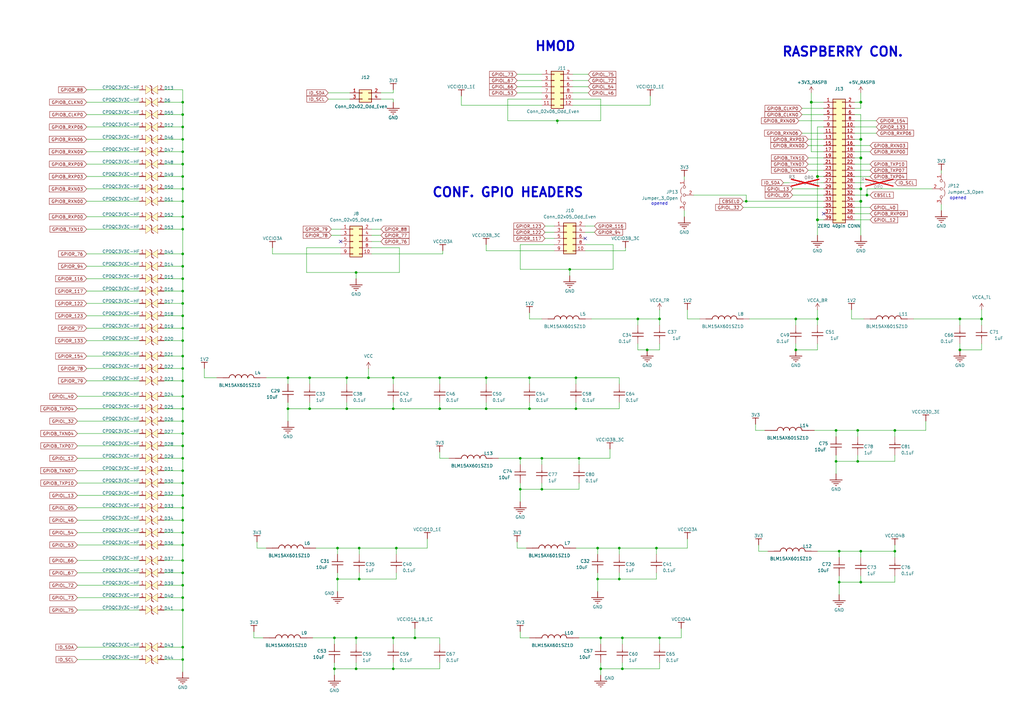
<source format=kicad_sch>
(kicad_sch (version 20231120) (generator "eeschema") (generator_version "8.0")
  (paper "A3")
  (title_block (title "HEXBERRY-V-20Q100") (date "2024-09-19") (rev "1.0") (company "LOGITILES by Hexcape") (comment 1 "Pier Francesco Maria Santi"))
  (junction (at 74.93 187.96))
  (junction (at 146.05 261.62))
  (junction (at 245.11 237.49))
  (junction (at 74.93 193.04))
  (junction (at 74.93 265.43))
  (junction (at 74.93 82.55))
  (junction (at 254 237.49))
  (junction (at 353.06 82.55) (diameter 1.016))
  (junction (at 74.93 203.2))
  (junction (at 335.28 90.17) (diameter 1.016))
  (junction (at 74.93 46.99))
  (junction (at 137.16 261.62))
  (junction (at 74.93 156.21))
  (junction (at 74.93 57.15))
  (junction (at 74.93 134.62))
  (junction (at 74.93 151.13))
  (junction (at 222.25 187.96))
  (junction (at 138.43 224.79))
  (junction (at 147.32 224.79))
  (junction (at 74.93 213.36))
  (junction (at 344.17 226.06))
  (junction (at 270.51 130.81))
  (junction (at 245.11 224.79))
  (junction (at 255.27 274.32))
  (junction (at 74.93 240.03))
  (junction (at 335.28 72.39) (diameter 1.016))
  (junction (at 161.29 261.62))
  (junction (at 147.32 237.49))
  (junction (at 74.93 41.91))
  (junction (at 270.51 261.62))
  (junction (at 146.05 111.76))
  (junction (at 393.7 143.51))
  (junction (at 254 224.79))
  (junction (at 74.93 167.64))
  (junction (at 74.93 162.56))
  (junction (at 351.79 189.23))
  (junction (at 353.06 226.06))
  (junction (at 342.9 176.53))
  (junction (at 326.39 130.81))
  (junction (at 199.39 154.94))
  (junction (at 269.24 224.79))
  (junction (at 74.93 109.22))
  (junction (at 393.7 130.81))
  (junction (at 74.93 52.07))
  (junction (at 233.68 110.49))
  (junction (at 137.16 274.32))
  (junction (at 228.6 49.53))
  (junction (at 142.24 167.64))
  (junction (at 213.36 187.96))
  (junction (at 246.38 274.32))
  (junction (at 199.39 167.64))
  (junction (at 127 167.64))
  (junction (at 74.93 182.88))
  (junction (at 146.05 274.32))
  (junction (at 74.93 77.47))
  (junction (at 74.93 104.14))
  (junction (at 306.07 82.55))
  (junction (at 367.03 226.06))
  (junction (at 236.22 167.64))
  (junction (at 74.93 146.05))
  (junction (at 261.62 130.81))
  (junction (at 161.29 154.94))
  (junction (at 353.06 57.15) (diameter 1.016))
  (junction (at 265.43 143.51))
  (junction (at 74.93 270.51))
  (junction (at 118.11 154.94))
  (junction (at 332.74 41.91) (diameter 1.016))
  (junction (at 74.93 250.19))
  (junction (at 344.17 238.76))
  (junction (at 180.34 154.94))
  (junction (at 355.6 80.01))
  (junction (at 74.93 198.12))
  (junction (at 402.59 130.81))
  (junction (at 74.93 129.54))
  (junction (at 74.93 218.44))
  (junction (at 74.93 223.52))
  (junction (at 74.93 208.28))
  (junction (at 162.56 224.79))
  (junction (at 74.93 234.95))
  (junction (at 236.22 154.94))
  (junction (at 74.93 67.31))
  (junction (at 353.06 64.77) (diameter 1.016))
  (junction (at 142.24 154.94))
  (junction (at 74.93 124.46))
  (junction (at 353.06 41.91) (diameter 1.016))
  (junction (at 74.93 119.38))
  (junction (at 342.9 189.23))
  (junction (at 161.29 167.64))
  (junction (at 367.03 176.53))
  (junction (at 74.93 245.11))
  (junction (at 127 154.94))
  (junction (at 217.17 154.94))
  (junction (at 74.93 62.23))
  (junction (at 326.39 143.51))
  (junction (at 74.93 72.39))
  (junction (at 74.93 177.8))
  (junction (at 255.27 261.62))
  (junction (at 335.28 130.81))
  (junction (at 74.93 139.7))
  (junction (at 180.34 167.64))
  (junction (at 170.18 261.62))
  (junction (at 74.93 88.9))
  (junction (at 237.49 187.96))
  (junction (at 138.43 237.49))
  (junction (at 353.06 238.76))
  (junction (at 151.13 154.94))
  (junction (at 217.17 167.64))
  (junction (at 74.93 114.3))
  (junction (at 353.06 77.47) (diameter 1.016))
  (junction (at 118.11 167.64))
  (junction (at 161.29 274.32))
  (junction (at 74.93 229.87))
  (junction (at 351.79 176.53))
  (junction (at 74.93 93.98))
  (junction (at 246.38 261.62))
  (junction (at 74.93 172.72))
  (junction (at 213.36 200.66))
  (junction (at 222.25 200.66))
  (no_connect (at 337.82 87.63))
  (no_connect (at 139.7 99.06))
  (no_connect (at 240.03 97.79))
  (wire (pts (xy 222.25 198.12) (xy 222.25 200.66)))
  (wire (pts (xy 57.15 114.3) (xy 35.56 114.3)))
  (wire (pts (xy 350.52 59.69) (xy 356.87 59.69)))
  (wire (pts (xy 67.31 240.03) (xy 74.93 240.03)))
  (wire (pts (xy 212.09 38.1) (xy 222.25 38.1)))
  (wire (pts (xy 367.03 223.52) (xy 367.03 226.06)))
  (wire (pts (xy 57.15 218.44) (xy 31.75 218.44)))
  (wire (pts (xy 350.52 90.17) (xy 356.87 90.17)))
  (wire (pts (xy 57.15 67.31) (xy 35.56 67.31)))
  (wire (pts (xy 393.7 130.81) (xy 402.59 130.81)))
  (wire (pts (xy 393.7 140.97) (xy 393.7 143.51)))
  (wire (pts (xy 335.28 90.17) (xy 337.82 90.17)))
  (wire (pts (xy 83.82 154.94) (xy 88.9 154.94)))
  (wire (pts (xy 67.31 234.95) (xy 74.93 234.95)))
  (wire (pts (xy 217.17 128.27) (xy 217.17 130.81)))
  (wire (pts (xy 246.38 40.64) (xy 246.38 49.53)))
  (wire (pts (xy 83.82 154.94) (xy 83.82 151.13)))
  (wire (pts (xy 331.47 67.31) (xy 337.82 67.31)))
  (wire (pts (xy 161.29 274.32) (xy 180.34 274.32)))
  (wire (pts (xy 351.79 176.53) (xy 367.03 176.53)))
  (wire (pts (xy 353.06 46.99) (xy 353.06 57.15)))
  (wire (pts (xy 74.93 146.05) (xy 74.93 151.13)))
  (wire (pts (xy 270.51 261.62) (xy 279.4 261.62)))
  (wire (pts (xy 138.43 224.79) (xy 147.32 224.79)))
  (wire (pts (xy 118.11 172.72) (xy 118.11 167.64)))
  (wire (pts (xy 57.15 129.54) (xy 35.56 129.54)))
  (wire (pts (xy 266.7 39.37) (xy 266.7 43.18)))
  (wire (pts (xy 74.93 198.12) (xy 74.93 203.2)))
  (wire (pts (xy 57.15 203.2) (xy 31.75 203.2)))
  (wire (pts (xy 180.34 165.1) (xy 180.34 167.64)))
  (wire (pts (xy 325.12 77.47) (xy 337.82 77.47)))
  (wire (pts (xy 147.32 224.79) (xy 162.56 224.79)))
  (wire (pts (xy 222.25 187.96) (xy 237.49 187.96)))
  (wire (pts (xy 67.31 213.36) (xy 74.93 213.36)))
  (wire (pts (xy 152.4 96.52) (xy 156.21 96.52)))
  (wire (pts (xy 57.15 57.15) (xy 35.56 57.15)))
  (wire (pts (xy 146.05 111.76) (xy 125.73 111.76)))
  (wire (pts (xy 237.49 261.62) (xy 246.38 261.62)))
  (wire (pts (xy 170.18 257.81) (xy 170.18 261.62)))
  (wire (pts (xy 374.65 130.81) (xy 393.7 130.81)))
  (wire (pts (xy 74.93 182.88) (xy 74.93 187.96)))
  (wire (pts (xy 74.93 77.47) (xy 74.93 82.55)))
  (wire (pts (xy 367.03 236.22) (xy 367.03 238.76)))
  (wire (pts (xy 270.51 133.35) (xy 270.51 130.81)))
  (wire (pts (xy 152.4 101.6) (xy 163.83 101.6)))
  (wire (pts (xy 281.94 130.81) (xy 287.02 130.81)))
  (wire (pts (xy 331.47 69.85) (xy 337.82 69.85)))
  (wire (pts (xy 270.51 264.16) (xy 270.51 261.62)))
  (wire (pts (xy 332.74 41.91) (xy 337.82 41.91)))
  (wire (pts (xy 213.36 259.08) (xy 213.36 261.62)))
  (wire (pts (xy 57.15 213.36) (xy 31.75 213.36)))
  (wire (pts (xy 180.34 185.42) (xy 180.34 187.96)))
  (wire (pts (xy 240.03 100.33) (xy 251.46 100.33)))
  (wire (pts (xy 57.15 134.62) (xy 35.56 134.62)))
  (wire (pts (xy 367.03 176.53) (xy 379.73 176.53)))
  (wire (pts (xy 156.21 40.64) (xy 161.29 40.64)))
  (wire (pts (xy 57.15 41.91) (xy 35.56 41.91)))
  (wire (pts (xy 327.66 49.53) (xy 337.82 49.53)))
  (wire (pts (xy 163.83 101.6) (xy 163.83 111.76)))
  (wire (pts (xy 146.05 111.76) (xy 146.05 114.3)))
  (wire (pts (xy 67.31 77.47) (xy 74.93 77.47)))
  (wire (pts (xy 128.27 261.62) (xy 137.16 261.62)))
  (wire (pts (xy 351.79 179.07) (xy 351.79 176.53)))
  (wire (pts (xy 261.62 130.81) (xy 270.51 130.81)))
  (wire (pts (xy 170.18 261.62) (xy 180.34 261.62)))
  (wire (pts (xy 213.36 200.66) (xy 222.25 200.66)))
  (wire (pts (xy 255.27 271.78) (xy 255.27 274.32)))
  (wire (pts (xy 180.34 264.16) (xy 180.34 261.62)))
  (wire (pts (xy 146.05 261.62) (xy 161.29 261.62)))
  (wire (pts (xy 331.47 57.15) (xy 337.82 57.15)))
  (wire (pts (xy 57.15 88.9) (xy 35.56 88.9)))
  (wire (pts (xy 74.93 139.7) (xy 74.93 146.05)))
  (wire (pts (xy 67.31 114.3) (xy 74.93 114.3)))
  (wire (pts (xy 353.06 44.45) (xy 350.52 44.45)))
  (wire (pts (xy 57.15 36.83) (xy 35.56 36.83)))
  (wire (pts (xy 270.51 271.78) (xy 270.51 274.32)))
  (wire (pts (xy 353.06 46.99) (xy 350.52 46.99)))
  (wire (pts (xy 350.52 49.53) (xy 359.41 49.53)))
  (wire (pts (xy 57.15 124.46) (xy 35.56 124.46)))
  (wire (pts (xy 234.95 35.56) (xy 241.3 35.56)))
  (wire (pts (xy 67.31 177.8) (xy 74.93 177.8)))
  (wire (pts (xy 261.62 133.35) (xy 261.62 130.81)))
  (wire (pts (xy 245.11 224.79) (xy 254 224.79)))
  (wire (pts (xy 344.17 226.06) (xy 353.06 226.06)))
  (wire (pts (xy 344.17 236.22) (xy 344.17 238.76)))
  (wire (pts (xy 57.15 234.95) (xy 31.75 234.95)))
  (wire (pts (xy 161.29 271.78) (xy 161.29 274.32)))
  (wire (pts (xy 331.47 64.77) (xy 337.82 64.77)))
  (wire (pts (xy 222.25 200.66) (xy 237.49 200.66)))
  (wire (pts (xy 162.56 224.79) (xy 175.26 224.79)))
  (wire (pts (xy 212.09 224.79) (xy 215.9 224.79)))
  (wire (pts (xy 57.15 104.14) (xy 35.56 104.14)))
  (wire (pts (xy 57.15 240.03) (xy 31.75 240.03)))
  (wire (pts (xy 251.46 110.49) (xy 233.68 110.49)))
  (wire (pts (xy 402.59 127) (xy 402.59 130.81)))
  (wire (pts (xy 279.4 257.81) (xy 279.4 261.62)))
  (wire (pts (xy 161.29 38.1) (xy 156.21 38.1)))
  (wire (pts (xy 325.12 80.01) (xy 337.82 80.01)))
  (wire (pts (xy 74.93 134.62) (xy 74.93 139.7)))
  (wire (pts (xy 125.73 111.76) (xy 125.73 101.6)))
  (wire (pts (xy 237.49 187.96) (xy 250.19 187.96)))
  (wire (pts (xy 342.9 179.07) (xy 342.9 176.53)))
  (wire (pts (xy 134.62 38.1) (xy 143.51 38.1)))
  (wire (pts (xy 356.87 80.01) (xy 355.6 80.01)))
  (wire (pts (xy 213.36 100.33) (xy 227.33 100.33)))
  (wire (pts (xy 208.28 49.53) (xy 208.28 40.64)))
  (wire (pts (xy 180.34 271.78) (xy 180.34 274.32)))
  (wire (pts (xy 147.32 227.33) (xy 147.32 224.79)))
  (wire (pts (xy 74.93 124.46) (xy 74.93 129.54)))
  (wire (pts (xy 367.03 179.07) (xy 367.03 176.53)))
  (wire (pts (xy 386.08 83.82) (xy 386.08 86.36)))
  (wire (pts (xy 74.93 57.15) (xy 74.93 62.23)))
  (wire (pts (xy 67.31 270.51) (xy 74.93 270.51)))
  (wire (pts (xy 246.38 276.86) (xy 246.38 274.32)))
  (wire (pts (xy 152.4 104.14) (xy 181.61 104.14)))
  (wire (pts (xy 74.93 151.13) (xy 74.93 156.21)))
  (wire (pts (xy 236.22 157.48) (xy 236.22 154.94)))
  (wire (pts (xy 57.15 187.96) (xy 31.75 187.96)))
  (wire (pts (xy 57.15 193.04) (xy 31.75 193.04)))
  (wire (pts (xy 326.39 130.81) (xy 335.28 130.81)))
  (wire (pts (xy 328.93 46.99) (xy 337.82 46.99)))
  (wire (pts (xy 152.4 93.98) (xy 156.21 93.98)))
  (wire (pts (xy 335.28 90.17) (xy 335.28 96.52)))
  (wire (pts (xy 127 165.1) (xy 127 167.64)))
  (wire (pts (xy 242.57 130.81) (xy 261.62 130.81)))
  (wire (pts (xy 342.9 189.23) (xy 351.79 189.23)))
  (wire (pts (xy 334.01 176.53) (xy 342.9 176.53)))
  (wire (pts (xy 57.15 182.88) (xy 31.75 182.88)))
  (wire (pts (xy 246.38 271.78) (xy 246.38 274.32)))
  (wire (pts (xy 344.17 243.84) (xy 344.17 238.76)))
  (wire (pts (xy 270.51 143.51) (xy 265.43 143.51)))
  (wire (pts (xy 237.49 190.5) (xy 237.49 187.96)))
  (wire (pts (xy 280.67 86.36) (xy 280.67 88.9)))
  (wire (pts (xy 67.31 129.54) (xy 74.93 129.54)))
  (wire (pts (xy 335.28 133.35) (xy 335.28 130.81)))
  (wire (pts (xy 213.36 205.74) (xy 213.36 200.66)))
  (wire (pts (xy 335.28 52.07) (xy 337.82 52.07)))
  (wire (pts (xy 67.31 82.55) (xy 74.93 82.55)))
  (wire (pts (xy 57.15 265.43) (xy 31.75 265.43)))
  (wire (pts (xy 233.68 110.49) (xy 213.36 110.49)))
  (wire (pts (xy 67.31 162.56) (xy 74.93 162.56)))
  (wire (pts (xy 134.62 40.64) (xy 143.51 40.64)))
  (wire (pts (xy 342.9 194.31) (xy 342.9 189.23)))
  (wire (pts (xy 342.9 176.53) (xy 351.79 176.53)))
  (wire (pts (xy 74.93 93.98) (xy 74.93 104.14)))
  (wire (pts (xy 137.16 276.86) (xy 137.16 274.32)))
  (wire (pts (xy 246.38 261.62) (xy 255.27 261.62)))
  (wire (pts (xy 151.13 154.94) (xy 161.29 154.94)))
  (wire (pts (xy 337.82 54.61) (xy 328.93 54.61)))
  (wire (pts (xy 67.31 250.19) (xy 74.93 250.19)))
  (wire (pts (xy 307.34 130.81) (xy 326.39 130.81)))
  (wire (pts (xy 142.24 157.48) (xy 142.24 154.94)))
  (wire (pts (xy 74.93 270.51) (xy 74.93 275.59)))
  (wire (pts (xy 234.95 38.1) (xy 241.3 38.1)))
  (wire (pts (xy 353.06 82.55) (xy 350.52 82.55)))
  (wire (pts (xy 199.39 157.48) (xy 199.39 154.94)))
  (wire (pts (xy 180.34 154.94) (xy 199.39 154.94)))
  (wire (pts (xy 180.34 187.96) (xy 184.15 187.96)))
  (wire (pts (xy 161.29 36.83) (xy 161.29 38.1)))
  (wire (pts (xy 57.15 82.55) (xy 35.56 82.55)))
  (wire (pts (xy 281.94 220.98) (xy 281.94 224.79)))
  (wire (pts (xy 236.22 154.94) (xy 254 154.94)))
  (wire (pts (xy 74.93 245.11) (xy 74.93 250.19)))
  (wire (pts (xy 142.24 165.1) (xy 142.24 167.64)))
  (wire (pts (xy 353.06 41.91) (xy 350.52 41.91)))
  (wire (pts (xy 261.62 143.51) (xy 265.43 143.51)))
  (wire (pts (xy 74.93 46.99) (xy 74.93 52.07)))
  (wire (pts (xy 367.03 186.69) (xy 367.03 189.23)))
  (wire (pts (xy 127 157.48) (xy 127 154.94)))
  (wire (pts (xy 127 154.94) (xy 142.24 154.94)))
  (wire (pts (xy 67.31 187.96) (xy 74.93 187.96)))
  (wire (pts (xy 353.06 226.06) (xy 367.03 226.06)))
  (wire (pts (xy 246.38 274.32) (xy 255.27 274.32)))
  (wire (pts (xy 199.39 165.1) (xy 199.39 167.64)))
  (wire (pts (xy 304.8 82.55) (xy 306.07 82.55)))
  (wire (pts (xy 284.48 80.01) (xy 306.07 80.01)))
  (wire (pts (xy 393.7 143.51) (xy 402.59 143.51)))
  (wire (pts (xy 137.16 264.16) (xy 137.16 261.62)))
  (wire (pts (xy 118.11 154.94) (xy 127 154.94)))
  (wire (pts (xy 212.09 35.56) (xy 222.25 35.56)))
  (wire (pts (xy 142.24 167.64) (xy 161.29 167.64)))
  (wire (pts (xy 204.47 187.96) (xy 213.36 187.96)))
  (wire (pts (xy 57.15 172.72) (xy 31.75 172.72)))
  (wire (pts (xy 74.93 213.36) (xy 74.93 218.44)))
  (wire (pts (xy 67.31 265.43) (xy 74.93 265.43)))
  (wire (pts (xy 74.93 187.96) (xy 74.93 193.04)))
  (wire (pts (xy 281.94 127) (xy 281.94 130.81)))
  (wire (pts (xy 74.93 223.52) (xy 74.93 229.87)))
  (wire (pts (xy 181.61 104.14) (xy 181.61 102.87)))
  (wire (pts (xy 402.59 133.35) (xy 402.59 130.81)))
  (wire (pts (xy 332.74 62.23) (xy 337.82 62.23)))
  (wire (pts (xy 217.17 130.81) (xy 222.25 130.81)))
  (wire (pts (xy 236.22 165.1) (xy 236.22 167.64)))
  (wire (pts (xy 74.93 41.91) (xy 74.93 46.99)))
  (wire (pts (xy 57.15 52.07) (xy 35.56 52.07)))
  (wire (pts (xy 255.27 261.62) (xy 270.51 261.62)))
  (wire (pts (xy 213.36 261.62) (xy 217.17 261.62)))
  (wire (pts (xy 161.29 264.16) (xy 161.29 261.62)))
  (wire (pts (xy 280.67 72.39) (xy 280.67 73.66)))
  (wire (pts (xy 212.09 30.48) (xy 222.25 30.48)))
  (wire (pts (xy 189.23 39.37) (xy 189.23 43.18)))
  (wire (pts (xy 67.31 88.9) (xy 74.93 88.9)))
  (wire (pts (xy 109.22 154.94) (xy 118.11 154.94)))
  (wire (pts (xy 332.74 41.91) (xy 332.74 62.23)))
  (wire (pts (xy 240.03 102.87) (xy 256.54 102.87)))
  (wire (pts (xy 335.28 226.06) (xy 344.17 226.06)))
  (wire (pts (xy 57.15 119.38) (xy 35.56 119.38)))
  (wire (pts (xy 350.52 69.85) (xy 356.87 69.85)))
  (wire (pts (xy 57.15 208.28) (xy 31.75 208.28)))
  (wire (pts (xy 57.15 245.11) (xy 31.75 245.11)))
  (wire (pts (xy 254 227.33) (xy 254 224.79)))
  (wire (pts (xy 161.29 165.1) (xy 161.29 167.64)))
  (wire (pts (xy 137.16 274.32) (xy 146.05 274.32)))
  (wire (pts (xy 353.06 238.76) (xy 367.03 238.76)))
  (wire (pts (xy 344.17 228.6) (xy 344.17 226.06)))
  (wire (pts (xy 311.15 223.52) (xy 311.15 226.06)))
  (wire (pts (xy 355.6 77.47) (xy 355.6 80.01)))
  (wire (pts (xy 304.8 85.09) (xy 337.82 85.09)))
  (wire (pts (xy 67.31 229.87) (xy 74.93 229.87)))
  (wire (pts (xy 237.49 198.12) (xy 237.49 200.66)))
  (wire (pts (xy 67.31 156.21) (xy 74.93 156.21)))
  (wire (pts (xy 57.15 250.19) (xy 31.75 250.19)))
  (wire (pts (xy 335.28 52.07) (xy 335.28 72.39)))
  (wire (pts (xy 161.29 167.64) (xy 180.34 167.64)))
  (wire (pts (xy 402.59 140.97) (xy 402.59 143.51)))
  (wire (pts (xy 57.15 270.51) (xy 31.75 270.51)))
  (wire (pts (xy 67.31 72.39) (xy 74.93 72.39)))
  (wire (pts (xy 74.93 114.3) (xy 74.93 119.38)))
  (wire (pts (xy 162.56 227.33) (xy 162.56 224.79)))
  (wire (pts (xy 57.15 46.99) (xy 35.56 46.99)))
  (wire (pts (xy 67.31 223.52) (xy 74.93 223.52)))
  (wire (pts (xy 138.43 242.57) (xy 138.43 237.49)))
  (wire (pts (xy 67.31 151.13) (xy 74.93 151.13)))
  (wire (pts (xy 74.93 167.64) (xy 74.93 172.72)))
  (wire (pts (xy 254 224.79) (xy 269.24 224.79)))
  (wire (pts (xy 67.31 139.7) (xy 74.93 139.7)))
  (wire (pts (xy 217.17 157.48) (xy 217.17 154.94)))
  (wire (pts (xy 74.93 82.55) (xy 74.93 88.9)))
  (wire (pts (xy 350.52 67.31) (xy 356.87 67.31)))
  (wire (pts (xy 222.25 190.5) (xy 222.25 187.96)))
  (wire (pts (xy 57.15 167.64) (xy 31.75 167.64)))
  (wire (pts (xy 342.9 186.69) (xy 342.9 189.23)))
  (wire (pts (xy 217.17 167.64) (xy 236.22 167.64)))
  (wire (pts (xy 105.41 224.79) (xy 109.22 224.79)))
  (wire (pts (xy 306.07 80.01) (xy 306.07 82.55)))
  (wire (pts (xy 57.15 72.39) (xy 35.56 72.39)))
  (wire (pts (xy 250.19 184.15) (xy 250.19 187.96)))
  (wire (pts (xy 74.93 52.07) (xy 74.93 57.15)))
  (wire (pts (xy 74.93 229.87) (xy 74.93 234.95)))
  (wire (pts (xy 351.79 186.69) (xy 351.79 189.23)))
  (wire (pts (xy 74.93 67.31) (xy 74.93 72.39)))
  (wire (pts (xy 245.11 234.95) (xy 245.11 237.49)))
  (wire (pts (xy 67.31 245.11) (xy 74.93 245.11)))
  (wire (pts (xy 349.25 130.81) (xy 354.33 130.81)))
  (wire (pts (xy 138.43 227.33) (xy 138.43 224.79)))
  (wire (pts (xy 135.89 93.98) (xy 139.7 93.98)))
  (wire (pts (xy 353.06 57.15) (xy 350.52 57.15)))
  (wire (pts (xy 306.07 82.55) (xy 337.82 82.55)))
  (wire (pts (xy 228.6 49.53) (xy 228.6 50.8)))
  (wire (pts (xy 137.16 261.62) (xy 146.05 261.62)))
  (wire (pts (xy 382.27 77.47) (xy 355.6 77.47)))
  (wire (pts (xy 74.93 88.9) (xy 74.93 93.98)))
  (wire (pts (xy 67.31 193.04) (xy 74.93 193.04)))
  (wire (pts (xy 118.11 165.1) (xy 118.11 167.64)))
  (wire (pts (xy 129.54 224.79) (xy 138.43 224.79)))
  (wire (pts (xy 241.3 30.48) (xy 234.95 30.48)))
  (wire (pts (xy 353.06 38.1) (xy 353.06 41.91)))
  (wire (pts (xy 67.31 57.15) (xy 74.93 57.15)))
  (wire (pts (xy 335.28 72.39) (xy 337.82 72.39)))
  (wire (pts (xy 199.39 102.87) (xy 199.39 100.33)))
  (wire (pts (xy 240.03 95.25) (xy 243.84 95.25)))
  (wire (pts (xy 67.31 203.2) (xy 74.93 203.2)))
  (wire (pts (xy 67.31 134.62) (xy 74.93 134.62)))
  (wire (pts (xy 67.31 104.14) (xy 74.93 104.14)))
  (wire (pts (xy 74.93 62.23) (xy 74.93 67.31)))
  (wire (pts (xy 57.15 198.12) (xy 31.75 198.12)))
  (wire (pts (xy 353.06 64.77) (xy 350.52 64.77)))
  (wire (pts (xy 57.15 62.23) (xy 35.56 62.23)))
  (wire (pts (xy 74.93 218.44) (xy 74.93 223.52)))
  (wire (pts (xy 163.83 111.76) (xy 146.05 111.76)))
  (wire (pts (xy 161.29 154.94) (xy 180.34 154.94)))
  (wire (pts (xy 57.15 77.47) (xy 35.56 77.47)))
  (wire (pts (xy 74.93 193.04) (xy 74.93 198.12)))
  (wire (pts (xy 355.6 80.01) (xy 350.52 80.01)))
  (wire (pts (xy 309.88 173.99) (xy 309.88 176.53)))
  (wire (pts (xy 233.68 110.49) (xy 233.68 113.03)))
  (wire (pts (xy 245.11 237.49) (xy 254 237.49)))
  (wire (pts (xy 127 167.64) (xy 142.24 167.64)))
  (wire (pts (xy 222.25 43.18) (xy 189.23 43.18)))
  (wire (pts (xy 269.24 234.95) (xy 269.24 237.49)))
  (wire (pts (xy 353.06 77.47) (xy 350.52 77.47)))
  (wire (pts (xy 336.55 74.93) (xy 337.82 74.93)))
  (wire (pts (xy 74.93 177.8) (xy 74.93 182.88)))
  (wire (pts (xy 213.36 190.5) (xy 213.36 187.96)))
  (wire (pts (xy 74.93 109.22) (xy 74.93 114.3)))
  (wire (pts (xy 67.31 167.64) (xy 74.93 167.64)))
  (wire (pts (xy 138.43 237.49) (xy 147.32 237.49)))
  (wire (pts (xy 270.51 140.97) (xy 270.51 143.51)))
  (wire (pts (xy 67.31 198.12) (xy 74.93 198.12)))
  (wire (pts (xy 245.11 242.57) (xy 245.11 237.49)))
  (wire (pts (xy 118.11 167.64) (xy 127 167.64)))
  (wire (pts (xy 67.31 182.88) (xy 74.93 182.88)))
  (wire (pts (xy 223.52 97.79) (xy 227.33 97.79)))
  (wire (pts (xy 125.73 101.6) (xy 139.7 101.6)))
  (wire (pts (xy 67.31 172.72) (xy 74.93 172.72)))
  (wire (pts (xy 139.7 104.14) (xy 111.76 104.14)))
  (wire (pts (xy 212.09 33.02) (xy 222.25 33.02)))
  (wire (pts (xy 212.09 222.25) (xy 212.09 224.79)))
  (wire (pts (xy 74.93 203.2) (xy 74.93 208.28)))
  (wire (pts (xy 227.33 102.87) (xy 199.39 102.87)))
  (wire (pts (xy 146.05 274.32) (xy 161.29 274.32)))
  (wire (pts (xy 236.22 167.64) (xy 254 167.64)))
  (wire (pts (xy 353.06 64.77) (xy 353.06 77.47)))
  (wire (pts (xy 74.93 234.95) (xy 74.93 240.03)))
  (wire (pts (xy 74.93 265.43) (xy 74.93 270.51)))
  (wire (pts (xy 236.22 224.79) (xy 245.11 224.79)))
  (wire (pts (xy 180.34 157.48) (xy 180.34 154.94)))
  (wire (pts (xy 208.28 40.64) (xy 222.25 40.64)))
  (wire (pts (xy 241.3 33.02) (xy 234.95 33.02)))
  (wire (pts (xy 57.15 151.13) (xy 35.56 151.13)))
  (wire (pts (xy 147.32 237.49) (xy 162.56 237.49)))
  (wire (pts (xy 223.52 92.71) (xy 227.33 92.71)))
  (wire (pts (xy 379.73 172.72) (xy 379.73 176.53)))
  (wire (pts (xy 321.31 74.93) (xy 323.85 74.93)))
  (wire (pts (xy 74.93 172.72) (xy 74.93 177.8)))
  (wire (pts (xy 269.24 224.79) (xy 281.94 224.79)))
  (wire (pts (xy 353.06 77.47) (xy 353.06 82.55)))
  (wire (pts (xy 31.75 229.87) (xy 57.15 229.87)))
  (wire (pts (xy 67.31 109.22) (xy 74.93 109.22)))
  (wire (pts (xy 162.56 234.95) (xy 162.56 237.49)))
  (wire (pts (xy 161.29 261.62) (xy 170.18 261.62)))
  (wire (pts (xy 74.93 129.54) (xy 74.93 134.62)))
  (wire (pts (xy 254 157.48) (xy 254 154.94)))
  (wire (pts (xy 74.93 250.19) (xy 74.93 265.43)))
  (wire (pts (xy 104.14 261.62) (xy 107.95 261.62)))
  (wire (pts (xy 256.54 102.87) (xy 256.54 101.6)))
  (wire (pts (xy 137.16 271.78) (xy 137.16 274.32)))
  (wire (pts (xy 223.52 95.25) (xy 227.33 95.25)))
  (wire (pts (xy 57.15 109.22) (xy 35.56 109.22)))
  (wire (pts (xy 104.14 259.08) (xy 104.14 261.62)))
  (wire (pts (xy 57.15 146.05) (xy 35.56 146.05)))
  (wire (pts (xy 228.6 49.53) (xy 208.28 49.53)))
  (wire (pts (xy 74.93 119.38) (xy 74.93 124.46)))
  (wire (pts (xy 234.95 40.64) (xy 246.38 40.64)))
  (wire (pts (xy 251.46 100.33) (xy 251.46 110.49)))
  (wire (pts (xy 67.31 208.28) (xy 74.93 208.28)))
  (wire (pts (xy 246.38 264.16) (xy 246.38 261.62)))
  (wire (pts (xy 326.39 140.97) (xy 326.39 143.51)))
  (wire (pts (xy 67.31 124.46) (xy 74.93 124.46)))
  (wire (pts (xy 335.28 72.39) (xy 335.28 90.17)))
  (wire (pts (xy 254 234.95) (xy 254 237.49)))
  (wire (pts (xy 175.26 220.98) (xy 175.26 224.79)))
  (wire (pts (xy 353.06 236.22) (xy 353.06 238.76)))
  (wire (pts (xy 161.29 40.64) (xy 161.29 41.91)))
  (wire (pts (xy 57.15 223.52) (xy 31.75 223.52)))
  (wire (pts (xy 67.31 52.07) (xy 74.93 52.07)))
  (wire (pts (xy 74.93 36.83) (xy 74.93 41.91)))
  (wire (pts (xy 67.31 146.05) (xy 74.93 146.05)))
  (wire (pts (xy 255.27 264.16) (xy 255.27 261.62)))
  (wire (pts (xy 105.41 222.25) (xy 105.41 224.79)))
  (wire (pts (xy 142.24 154.94) (xy 151.13 154.94)))
  (wire (pts (xy 309.88 176.53) (xy 313.69 176.53)))
  (wire (pts (xy 74.93 208.28) (xy 74.93 213.36)))
  (wire (pts (xy 74.93 72.39) (xy 74.93 77.47)))
  (wire (pts (xy 350.52 87.63) (xy 356.87 87.63)))
  (wire (pts (xy 353.06 41.91) (xy 353.06 44.45)))
  (wire (pts (xy 57.15 93.98) (xy 35.56 93.98)))
  (wire (pts (xy 213.36 187.96) (xy 222.25 187.96)))
  (wire (pts (xy 146.05 271.78) (xy 146.05 274.32)))
  (wire (pts (xy 146.05 264.16) (xy 146.05 261.62)))
  (wire (pts (xy 67.31 62.23) (xy 74.93 62.23)))
  (wire (pts (xy 350.52 52.07) (xy 359.41 52.07)))
  (wire (pts (xy 254 165.1) (xy 254 167.64)))
  (wire (pts (xy 57.15 139.7) (xy 35.56 139.7)))
  (wire (pts (xy 344.17 238.76) (xy 353.06 238.76)))
  (wire (pts (xy 393.7 133.35) (xy 393.7 130.81)))
  (wire (pts (xy 255.27 274.32) (xy 270.51 274.32)))
  (wire (pts (xy 328.93 44.45) (xy 337.82 44.45)))
  (wire (pts (xy 353.06 82.55) (xy 353.06 96.52)))
  (wire (pts (xy 74.93 104.14) (xy 74.93 109.22)))
  (wire (pts (xy 147.32 234.95) (xy 147.32 237.49)))
  (wire (pts (xy 199.39 154.94) (xy 217.17 154.94)))
  (wire (pts (xy 326.39 133.35) (xy 326.39 130.81)))
  (wire (pts (xy 350.52 72.39) (xy 356.87 72.39)))
  (wire (pts (xy 74.93 240.03) (xy 74.93 245.11)))
  (wire (pts (xy 217.17 165.1) (xy 217.17 167.64)))
  (wire (pts (xy 74.93 156.21) (xy 74.93 162.56)))
  (wire (pts (xy 57.15 156.21) (xy 35.56 156.21)))
  (wire (pts (xy 331.47 59.69) (xy 337.82 59.69)))
  (wire (pts (xy 246.38 49.53) (xy 228.6 49.53)))
  (wire (pts (xy 245.11 227.33) (xy 245.11 224.79)))
  (wire (pts (xy 217.17 154.94) (xy 236.22 154.94)))
  (wire (pts (xy 67.31 41.91) (xy 74.93 41.91)))
  (wire (pts (xy 213.36 110.49) (xy 213.36 100.33)))
  (wire (pts (xy 351.79 189.23) (xy 367.03 189.23)))
  (wire (pts (xy 254 237.49) (xy 269.24 237.49)))
  (wire (pts (xy 67.31 67.31) (xy 74.93 67.31)))
  (wire (pts (xy 152.4 99.06) (xy 156.21 99.06)))
  (wire (pts (xy 67.31 218.44) (xy 74.93 218.44)))
  (wire (pts (xy 199.39 167.64) (xy 217.17 167.64)))
  (wire (pts (xy 213.36 198.12) (xy 213.36 200.66)))
  (wire (pts (xy 180.34 167.64) (xy 199.39 167.64)))
  (wire (pts (xy 349.25 127) (xy 349.25 130.81)))
  (wire (pts (xy 270.51 127) (xy 270.51 130.81)))
  (wire (pts (xy 350.52 85.09) (xy 356.87 85.09)))
  (wire (pts (xy 332.74 38.1) (xy 332.74 41.91)))
  (wire (pts (xy 240.03 92.71) (xy 243.84 92.71)))
  (wire (pts (xy 67.31 36.83) (xy 74.93 36.83)))
  (wire (pts (xy 386.08 69.85) (xy 386.08 71.12)))
  (wire (pts (xy 326.39 143.51) (xy 335.28 143.51)))
  (wire (pts (xy 74.93 162.56) (xy 74.93 167.64)))
  (wire (pts (xy 67.31 93.98) (xy 74.93 93.98)))
  (wire (pts (xy 138.43 234.95) (xy 138.43 237.49)))
  (wire (pts (xy 67.31 46.99) (xy 74.93 46.99)))
  (wire (pts (xy 367.03 226.06) (xy 367.03 228.6)))
  (wire (pts (xy 57.15 177.8) (xy 31.75 177.8)))
  (wire (pts (xy 118.11 157.48) (xy 118.11 154.94)))
  (wire (pts (xy 111.76 104.14) (xy 111.76 101.6)))
  (wire (pts (xy 335.28 127) (xy 335.28 130.81)))
  (wire (pts (xy 135.89 96.52) (xy 139.7 96.52)))
  (wire (pts (xy 350.52 74.93) (xy 354.33 74.93)))
  (wire (pts (xy 353.06 228.6) (xy 353.06 226.06)))
  (wire (pts (xy 261.62 140.97) (xy 261.62 143.51)))
  (wire (pts (xy 161.29 157.48) (xy 161.29 154.94)))
  (wire (pts (xy 67.31 119.38) (xy 74.93 119.38)))
  (wire (pts (xy 311.15 226.06) (xy 314.96 226.06)))
  (wire (pts (xy 269.24 227.33) (xy 269.24 224.79)))
  (wire (pts (xy 57.15 162.56) (xy 31.75 162.56)))
  (wire (pts (xy 353.06 57.15) (xy 353.06 64.77)))
  (wire (pts (xy 350.52 62.23) (xy 356.87 62.23)))
  (wire (pts (xy 335.28 140.97) (xy 335.28 143.51)))
  (wire (pts (xy 151.13 151.13) (xy 151.13 154.94)))
  (wire (pts (xy 234.95 43.18) (xy 266.7 43.18)))
  (wire (pts (xy 350.52 54.61) (xy 359.41 54.61)))
  (text "HMOD" (at 219.202 21.336 0) (effects (font (size 3.81 3.81) (bold yes)) (justify left bottom)))
  (text "CONF. GPIO HEADERS" (at 177.038 81.28 0) (effects (font (size 3.81 3.81) (bold yes)) (justify left bottom)))
  (text "opened\n" (at 392.938 81.28 0) (effects (font (size 1.27 1.27))))
  (text "opened\n" (at 270.51 83.566 0) (effects (font (size 1.27 1.27))))
  (text "RASPBERRY CON." (at 320.548 23.622 0) (effects (font (size 3.81 3.81) (bold yes)) (justify left bottom)))
  (global_label "GPIOB_RXP00" (shape input) (at 356.87 62.23 0) (property "Intersheetrefs" "${INTERSHEET_REFS}" (at 372.8317 62.23 0) (effects (justify left))))
  (global_label "GPIOR_78" (shape input) (at 135.89 96.52 180) (property "Intersheetrefs" "${INTERSHEET_REFS}" (at 123.6778 96.52 0) (effects (justify right))))
  (global_label "GPIOB_RXN00" (shape input) (at 35.56 82.55 180) (property "Intersheetrefs" "${INTERSHEET_REFS}" (at 19.5378 82.55 0) (effects (justify right))))
  (global_label "GPIOR_76" (shape input) (at 35.56 104.14 180) (property "Intersheetrefs" "${INTERSHEET_REFS}" (at 23.3478 104.14 0) (effects (justify right))))
  (global_label "GPIOB_RXP06" (shape input) (at 35.56 52.07 180) (property "Intersheetrefs" "${INTERSHEET_REFS}" (at 19.5983 52.07 0) (effects (justify right))))
  (global_label "ID_SDA" (shape input) (at 31.75 265.43 180) (property "Intersheetrefs" "${INTERSHEET_REFS}" (at 22.2592 265.43 0) (effects (justify right))))
  (global_label "GPIOL_53" (shape input) (at 212.09 38.1 180) (property "Intersheetrefs" "${INTERSHEET_REFS}" (at 200.1197 38.1 0) (effects (justify right))))
  (global_label "GPIOB_TXN10" (shape input) (at 35.56 93.98 180) (property "Intersheetrefs" "${INTERSHEET_REFS}" (at 19.8402 93.98 0) (effects (justify right))))
  (global_label "GPIOB_TXP04" (shape input) (at 356.87 72.39 0) (property "Intersheetrefs" "${INTERSHEET_REFS}" (at 372.5293 72.39 0) (effects (justify left))))
  (global_label "GPIOL_66" (shape input) (at 31.75 229.87 180) (property "Intersheetrefs" "${INTERSHEET_REFS}" (at 19.7797 229.87 0) (effects (justify right))))
  (global_label "GPIOL_67" (shape input) (at 212.09 33.02 180) (property "Intersheetrefs" "${INTERSHEET_REFS}" (at 200.1197 33.02 0) (effects (justify right))))
  (global_label "GPIOB_RXP09" (shape input) (at 356.87 87.63 0) (property "Intersheetrefs" "${INTERSHEET_REFS}" (at 372.8317 87.63 0) (effects (justify left))))
  (global_label "GPIOB_RXP03" (shape input) (at 35.56 72.39 180) (property "Intersheetrefs" "${INTERSHEET_REFS}" (at 19.5983 72.39 0) (effects (justify right))))
  (global_label "GPIOB_RXP09" (shape input) (at 35.56 67.31 180) (property "Intersheetrefs" "${INTERSHEET_REFS}" (at 19.5983 67.31 0) (effects (justify right))))
  (global_label "GPIOR_154" (shape input) (at 359.41 49.53 0) (property "Intersheetrefs" "${INTERSHEET_REFS}" (at 372.8317 49.53 0) (effects (justify left))))
  (global_label "GPIOL_75" (shape input) (at 31.75 250.19 180) (property "Intersheetrefs" "${INTERSHEET_REFS}" (at 19.7797 250.19 0) (effects (justify right))))
  (global_label "GPIOR_78" (shape input) (at 35.56 151.13 180) (property "Intersheetrefs" "${INTERSHEET_REFS}" (at 23.3478 151.13 0) (effects (justify right))))
  (global_label "GPIOB_TXP10" (shape input) (at 356.87 67.31 0) (property "Intersheetrefs" "${INTERSHEET_REFS}" (at 372.5293 67.31 0) (effects (justify left))))
  (global_label "GPIOL_53" (shape input) (at 31.75 223.52 180) (property "Intersheetrefs" "${INTERSHEET_REFS}" (at 19.7797 223.52 0) (effects (justify right))))
  (global_label "GPIOR_79" (shape input) (at 35.56 156.21 180) (property "Intersheetrefs" "${INTERSHEET_REFS}" (at 23.3478 156.21 0) (effects (justify right))))
  (global_label "GPIOR_116" (shape input) (at 243.84 92.71 0) (property "Intersheetrefs" "${INTERSHEET_REFS}" (at 257.2617 92.71 0) (effects (justify left))))
  (global_label "GPIOR_123" (shape input) (at 223.52 92.71 180) (property "Intersheetrefs" "${INTERSHEET_REFS}" (at 210.0983 92.71 0) (effects (justify right))))
  (global_label "GPIOL_66" (shape input) (at 212.09 35.56 180) (property "Intersheetrefs" "${INTERSHEET_REFS}" (at 200.1197 35.56 0) (effects (justify right))))
  (global_label "GPIOB_RXP00" (shape input) (at 35.56 88.9 180) (property "Intersheetrefs" "${INTERSHEET_REFS}" (at 19.5983 88.9 0) (effects (justify right))))
  (global_label "GPIOR_154" (shape input) (at 35.56 146.05 180) (property "Intersheetrefs" "${INTERSHEET_REFS}" (at 22.1383 146.05 0) (effects (justify right))))
  (global_label "GPIOB_TXN04" (shape input) (at 331.47 69.85 180) (property "Intersheetrefs" "${INTERSHEET_REFS}" (at 315.7502 69.85 0) (effects (justify right))))
  (global_label "GPIOR_122" (shape input) (at 35.56 124.46 180) (property "Intersheetrefs" "${INTERSHEET_REFS}" (at 22.1383 124.46 0) (effects (justify right))))
  (global_label "GPIOB_TXP10" (shape input) (at 31.75 198.12 180) (property "Intersheetrefs" "${INTERSHEET_REFS}" (at 16.0907 198.12 0) (effects (justify right))))
  (global_label "GPIOR_117" (shape input) (at 35.56 119.38 180) (property "Intersheetrefs" "${INTERSHEET_REFS}" (at 22.1383 119.38 0) (effects (justify right))))
  (global_label "GPIOL_40" (shape input) (at 356.87 85.09 0) (property "Intersheetrefs" "${INTERSHEET_REFS}" (at 368.8403 85.09 0) (effects (justify left))))
  (global_label "GPIOR_94" (shape input) (at 243.84 95.25 0) (property "Intersheetrefs" "${INTERSHEET_REFS}" (at 256.0522 95.25 0) (effects (justify left))))
  (global_label "GPIOL_72" (shape input) (at 241.3 33.02 0) (property "Intersheetrefs" "${INTERSHEET_REFS}" (at 253.2703 33.02 0) (effects (justify left))))
  (global_label "GPIOL_32" (shape input) (at 31.75 172.72 180) (property "Intersheetrefs" "${INTERSHEET_REFS}" (at 19.7797 172.72 0) (effects (justify right))))
  (global_label "GPIOL_75" (shape input) (at 241.3 30.48 0) (property "Intersheetrefs" "${INTERSHEET_REFS}" (at 253.2703 30.48 0) (effects (justify left))))
  (global_label "GPIOB_CLKP0" (shape input) (at 35.56 46.99 180) (property "Intersheetrefs" "${INTERSHEET_REFS}" (at 19.7192 46.99 0) (effects (justify right))))
  (global_label "GPIOB_RXN03" (shape input) (at 35.56 77.47 180) (property "Intersheetrefs" "${INTERSHEET_REFS}" (at 19.5378 77.47 0) (effects (justify right))))
  (global_label "GPIOR_88" (shape input) (at 156.21 93.98 0) (property "Intersheetrefs" "${INTERSHEET_REFS}" (at 168.4222 93.98 0) (effects (justify left))))
  (global_label "GPIOR_116" (shape input) (at 35.56 114.3 180) (property "Intersheetrefs" "${INTERSHEET_REFS}" (at 22.1383 114.3 0) (effects (justify right))))
  (global_label "GPIOR_122" (shape input) (at 223.52 95.25 180) (property "Intersheetrefs" "${INTERSHEET_REFS}" (at 210.0983 95.25 0) (effects (justify right))))
  (global_label "GPIOB_CLKN0" (shape input) (at 35.56 41.91 180) (property "Intersheetrefs" "${INTERSHEET_REFS}" (at 19.6587 41.91 0) (effects (justify right))))
  (global_label "GPIOR_76" (shape input) (at 156.21 99.06 0) (property "Intersheetrefs" "${INTERSHEET_REFS}" (at 168.4222 99.06 0) (effects (justify left))))
  (global_label "GPIOL_72" (shape input) (at 31.75 240.03 180) (property "Intersheetrefs" "${INTERSHEET_REFS}" (at 19.7797 240.03 0) (effects (justify right))))
  (global_label "GPIOB_RXN06" (shape input) (at 35.56 57.15 180) (property "Intersheetrefs" "${INTERSHEET_REFS}" (at 19.5378 57.15 0) (effects (justify right))))
  (global_label "ID_SDA" (shape input) (at 134.62 38.1 180) (property "Intersheetrefs" "${INTERSHEET_REFS}" (at 125.1292 38.1 0) (effects (justify right))))
  (global_label "ID_SCL" (shape input) (at 31.75 270.51 180) (property "Intersheetrefs" "${INTERSHEET_REFS}" (at 22.3197 270.51 0) (effects (justify right))))
  (global_label "GPIOL_13" (shape input) (at 31.75 203.2 180) (property "Intersheetrefs" "${INTERSHEET_REFS}" (at 19.7797 203.2 0) (effects (justify right))))
  (global_label "GPIOL_46" (shape input) (at 241.3 38.1 0) (property "Intersheetrefs" "${INTERSHEET_REFS}" (at 253.2703 38.1 0) (effects (justify left))))
  (global_label "GPIOL_67" (shape input) (at 31.75 234.95 180) (property "Intersheetrefs" "${INTERSHEET_REFS}" (at 19.7797 234.95 0) (effects (justify right))))
  (global_label "GPIOB_CLKN0" (shape input) (at 328.93 46.99 180) (property "Intersheetrefs" "${INTERSHEET_REFS}" (at 313.0287 46.99 0) (effects (justify right))))
  (global_label "GPIOL_73" (shape input) (at 31.75 245.11 180) (property "Intersheetrefs" "${INTERSHEET_REFS}" (at 19.7797 245.11 0) (effects (justify right))))
  (global_label "GPIOB_TXN07" (shape input) (at 331.47 67.31 180) (property "Intersheetrefs" "${INTERSHEET_REFS}" (at 315.7502 67.31 0) (effects (justify right))))
  (global_label "GPIOL_12" (shape input) (at 356.87 90.17 0) (property "Intersheetrefs" "${INTERSHEET_REFS}" (at 368.8403 90.17 0) (effects (justify left))))
  (global_label "GPIOL_12" (shape input) (at 31.75 187.96 180) (property "Intersheetrefs" "${INTERSHEET_REFS}" (at 19.7797 187.96 0) (effects (justify right))))
  (global_label "GPIOB_RXN09" (shape input) (at 327.66 49.53 180) (property "Intersheetrefs" "${INTERSHEET_REFS}" (at 311.6378 49.53 0) (effects (justify right))))
  (global_label "GPIOL_54" (shape input) (at 31.75 218.44 180) (property "Intersheetrefs" "${INTERSHEET_REFS}" (at 19.7797 218.44 0) (effects (justify right))))
  (global_label "GPIOB_RXP06" (shape input) (at 359.41 54.61 0) (property "Intersheetrefs" "${INTERSHEET_REFS}" (at 375.3717 54.61 0) (effects (justify left))))
  (global_label "ID_SCL" (shape input) (at 134.62 40.64 180) (property "Intersheetrefs" "${INTERSHEET_REFS}" (at 125.1897 40.64 0) (effects (justify right))))
  (global_label "GPIOB_RXN03" (shape input) (at 356.87 59.69 0) (property "Intersheetrefs" "${INTERSHEET_REFS}" (at 372.8922 59.69 0) (effects (justify left))))
  (global_label "GPIOB_RXN09" (shape input) (at 35.56 62.23 180) (property "Intersheetrefs" "${INTERSHEET_REFS}" (at 19.5378 62.23 0) (effects (justify right))))
  (global_label "GPIOR_123" (shape input) (at 35.56 129.54 180) (property "Intersheetrefs" "${INTERSHEET_REFS}" (at 22.1383 129.54 0) (effects (justify right))))
  (global_label "GPIOL_73" (shape input) (at 212.09 30.48 180) (property "Intersheetrefs" "${INTERSHEET_REFS}" (at 200.1197 30.48 0) (effects (justify right))))
  (global_label "GPIOR_77" (shape input) (at 156.21 96.52 0) (property "Intersheetrefs" "${INTERSHEET_REFS}" (at 168.4222 96.52 0) (effects (justify left))))
  (global_label "GPIOL_54" (shape input) (at 241.3 35.56 0) (property "Intersheetrefs" "${INTERSHEET_REFS}" (at 253.2703 35.56 0) (effects (justify left))))
  (global_label "CBSEL1" (shape input) (at 356.87 80.01 0) (property "Intersheetrefs" "${INTERSHEET_REFS}" (at 367.0864 80.01 0) (effects (justify left))))
  (global_label "ID_SCL" (shape input) (at 367.03 74.93 0) (property "Intersheetrefs" "${INTERSHEET_REFS}" (at 376.4603 74.93 0) (effects (justify left))))
  (global_label "GPIOB_TXP04" (shape input) (at 31.75 167.64 180) (property "Intersheetrefs" "${INTERSHEET_REFS}" (at 16.0907 167.64 0) (effects (justify right))))
  (global_label "GPIOL_13" (shape input) (at 325.12 77.47 180) (property "Intersheetrefs" "${INTERSHEET_REFS}" (at 313.1497 77.47 0) (effects (justify right))))
  (global_label "GPIOB_TXP07" (shape input) (at 356.87 69.85 0) (property "Intersheetrefs" "${INTERSHEET_REFS}" (at 372.5293 69.85 0) (effects (justify left))))
  (global_label "GPIOL_46" (shape input) (at 31.75 213.36 180) (property "Intersheetrefs" "${INTERSHEET_REFS}" (at 19.7797 213.36 0) (effects (justify right))))
  (global_label "GPIOB_RXN00" (shape input) (at 331.47 59.69 180) (property "Intersheetrefs" "${INTERSHEET_REFS}" (at 315.4478 59.69 0) (effects (justify right))))
  (global_label "GPIOR_133" (shape input) (at 35.56 139.7 180) (property "Intersheetrefs" "${INTERSHEET_REFS}" (at 22.1383 139.7 0) (effects (justify right))))
  (global_label "GPIOR_88" (shape input) (at 35.56 36.83 180) (property "Intersheetrefs" "${INTERSHEET_REFS}" (at 23.3478 36.83 0) (effects (justify right))))
  (global_label "GPIOR_133" (shape input) (at 359.41 52.07 0) (property "Intersheetrefs" "${INTERSHEET_REFS}" (at 372.8317 52.07 0) (effects (justify left))))
  (global_label "GPIOB_RXP03" (shape input) (at 331.47 57.15 180) (property "Intersheetrefs" "${INTERSHEET_REFS}" (at 315.5083 57.15 0) (effects (justify right))))
  (global_label "CBSEL0" (shape input) (at 304.8 82.55 180) (property "Intersheetrefs" "${INTERSHEET_REFS}" (at 294.5836 82.55 0) (effects (justify right))))
  (global_label "GPIOL_40" (shape input) (at 31.75 162.56 180) (property "Intersheetrefs" "${INTERSHEET_REFS}" (at 19.7797 162.56 0) (effects (justify right))))
  (global_label "GPIOB_TXN10" (shape input) (at 331.47 64.77 180) (property "Intersheetrefs" "${INTERSHEET_REFS}" (at 315.7502 64.77 0) (effects (justify right))))
  (global_label "GPIOL_05" (shape input) (at 31.75 208.28 180) (property "Intersheetrefs" "${INTERSHEET_REFS}" (at 19.7797 208.28 0) (effects (justify right))))
  (global_label "ID_SDA" (shape input) (at 321.31 74.93 180) (property "Intersheetrefs" "${INTERSHEET_REFS}" (at 311.8192 74.93 0) (effects (justify right))))
  (global_label "GPIOR_117" (shape input) (at 223.52 97.79 180) (property "Intersheetrefs" "${INTERSHEET_REFS}" (at 210.0983 97.79 0) (effects (justify right))))
  (global_label "GPIOL_05" (shape input) (at 325.12 80.01 180) (property "Intersheetrefs" "${INTERSHEET_REFS}" (at 313.1497 80.01 0) (effects (justify right))))
  (global_label "GPIOB_CLKP0" (shape input) (at 328.93 44.45 180) (property "Intersheetrefs" "${INTERSHEET_REFS}" (at 313.0892 44.45 0) (effects (justify right))))
  (global_label "GPIOL_32" (shape input) (at 304.8 85.09 180) (property "Intersheetrefs" "${INTERSHEET_REFS}" (at 292.8297 85.09 0) (effects (justify right))))
  (global_label "GPIOR_79" (shape input) (at 135.89 93.98 180) (property "Intersheetrefs" "${INTERSHEET_REFS}" (at 123.6778 93.98 0) (effects (justify right))))
  (global_label "GPIOR_94" (shape input) (at 35.56 109.22 180) (property "Intersheetrefs" "${INTERSHEET_REFS}" (at 23.3478 109.22 0) (effects (justify right))))
  (global_label "GPIOB_TXN07" (shape input) (at 31.75 193.04 180) (property "Intersheetrefs" "${INTERSHEET_REFS}" (at 16.0302 193.04 0) (effects (justify right))))
  (global_label "GPIOR_77" (shape input) (at 35.56 134.62 180) (property "Intersheetrefs" "${INTERSHEET_REFS}" (at 23.3478 134.62 0) (effects (justify right))))
  (global_label "GPIOB_TXN04" (shape input) (at 31.75 177.8 180) (property "Intersheetrefs" "${INTERSHEET_REFS}" (at 16.0302 177.8 0) (effects (justify right))))
  (global_label "GPIOB_RXN06" (shape input) (at 328.93 54.61 180) (property "Intersheetrefs" "${INTERSHEET_REFS}" (at 312.9078 54.61 0) (effects (justify right))))
  (global_label "GPIOB_TXP07" (shape input) (at 31.75 182.88 180) (property "Intersheetrefs" "${INTERSHEET_REFS}" (at 16.0907 182.88 0) (effects (justify right))))
  (symbol (lib_name "root_3_SMA6J_1") (lib_id "prova-altium-import:root_3_SMA6J") (at 62.23 109.22 0) (unit 1)
    (property "Reference" "D14" (at 67.31 109.22 0) (effects (justify left bottom)))
    (property "Value" "CPDQC3V3C-HF" (at 41.91 108.966 0) (effects (justify left bottom)))
    (property "Footprint" "diodo_mio:D_0402_1005Metric" (effects (hide yes)))
    (property "Description" "CPDQC3V3C" (effects (hide yes)))
  )
  (symbol (lib_name "root_3_SMA6J_1") (lib_id "prova-altium-import:root_3_SMA6J") (at 62.23 172.72 0) (unit 1)
    (property "Reference" "D26" (at 67.31 172.72 0) (effects (justify left bottom)))
    (property "Value" "CPDQC3V3C-HF" (at 41.91 172.466 0) (effects (justify left bottom)))
    (property "Footprint" "diodo_mio:D_0402_1005Metric" (effects (hide yes)))
    (property "Description" "CPDQC3V3C" (effects (hide yes)))
  )
  (symbol (lib_id "prova-altium-import:root_0_CAP_0") (at 337.82 133.35 0) (mirror y) (unit 1)
    (property "Reference" "C51" (at 342.392 136.906 0) (effects (justify left bottom)))
    (property "Value" "1uF" (at 344.17 139.446 0) (effects (justify left bottom)))
    (property "Footprint" "Capacitor_SMD:C_0402_1005Metric" (effects (hide yes)))
    (property "Description" "MLCC Caeramic" (effects (hide yes)))
    (property "05-000238" "*" (effects (hide yes)))
  )
  (symbol (lib_id "prova-altium-import:GND_POWER_GROUND") (at 213.36 205.74 0) (mirror y) (unit 1)
    (property "Reference" "#PWR0118" (effects (hide yes)))
    (property "Value" "GND" (at 213.36 212.09 0))
  )
  (symbol (lib_name "root_3_SMA6J_1") (lib_id "prova-altium-import:root_3_SMA6J") (at 62.23 270.51 0) (unit 1)
    (property "Reference" "D44" (at 67.31 270.51 0) (effects (justify left bottom)))
    (property "Value" "CPDQC3V3C-HF" (at 41.91 270.256 0) (effects (justify left bottom)))
    (property "Footprint" "diodo_mio:D_0402_1005Metric" (effects (hide yes)))
    (property "Description" "CPDQC3V3C" (effects (hide yes)))
  )
  (symbol (lib_id "Jumper:Jumper_3_Open") (at 386.08 77.47 270) (unit 1) (exclude_from_sim yes) (in_bom no)
    (property "Reference" "JP12" (at 388.62 76.1999 90) (effects (justify left)))
    (property "Value" "Jumper_3_Open" (at 388.62 78.7399 90) (effects (justify left)))
    (property "Footprint" "Jumper:SolderJumper-3_P1.3mm_Open_Pad1.0x1.5mm_NumberLabels" (effects (hide yes)))
    (property "Description" "Jumper, 3-pole, both open" (effects (hide yes)))
  )
  (symbol (lib_id "prova-altium-import:GND_POWER_GROUND") (at 335.28 96.52 0) (unit 1)
    (property "Reference" "#PWR0120" (effects (hide yes)))
    (property "Value" "GND" (at 335.28 102.87 0))
  )
  (symbol (lib_id "Connector_Generic:Conn_02x06_Odd_Even") (at 227.33 35.56 0) (unit 1)
    (property "Reference" "J11" (at 230.378 27.94 0))
    (property "Value" "Conn_02x06_Odd_Even" (at 226.822 45.72 0))
    (property "Footprint" "Connector_PinSocket_2.54mm:PinSocket_2x06_P2.54mm_Vertical" (effects (hide yes)))
    (property "Description" "Generic connector, double row, 02x06, odd/even pin numbering scheme (row 1 odd numbers, row 2 even numbers), script generated (kicad-library-utils/schlib/autogen/connector/)" (effects (hide yes)))
  )
  (symbol (lib_id "prova-altium-import:3V3_BAR") (at 280.67 72.39 180) (unit 1)
    (property "Reference" "#PWR0135" (effects (hide yes)))
    (property "Value" "3V3" (at 280.67 68.58 0))
  )
  (symbol (lib_name "root_3_SMA6J_1") (lib_id "prova-altium-import:root_3_SMA6J") (at 62.23 182.88 0) (unit 1)
    (property "Reference" "D28" (at 67.31 182.88 0) (effects (justify left bottom)))
    (property "Value" "CPDQC3V3C-HF" (at 41.91 182.626 0) (effects (justify left bottom)))
    (property "Footprint" "diodo_mio:D_0402_1005Metric" (effects (hide yes)))
    (property "Description" "CPDQC3V3C" (effects (hide yes)))
  )
  (symbol (lib_name "root_3_SMA6J_1") (lib_id "prova-altium-import:root_3_SMA6J") (at 62.23 198.12 0) (unit 1)
    (property "Reference" "D30" (at 67.31 198.12 0) (effects (justify left bottom)))
    (property "Value" "CPDQC3V3C-HF" (at 41.91 197.866 0) (effects (justify left bottom)))
    (property "Footprint" "diodo_mio:D_0402_1005Metric" (effects (hide yes)))
    (property "Description" "CPDQC3V3C" (effects (hide yes)))
  )
  (symbol (lib_id "prova-altium-import:GND_POWER_GROUND") (at 280.67 88.9 0) (mirror y) (unit 1)
    (property "Reference" "#PWR0136" (effects (hide yes)))
    (property "Value" "GND" (at 280.67 95.25 0))
  )
  (symbol (lib_name "root_3_SMA6J_1") (lib_id "prova-altium-import:root_3_SMA6J") (at 62.23 213.36 0) (unit 1)
    (property "Reference" "D34" (at 67.31 213.36 0) (effects (justify left bottom)))
    (property "Value" "CPDQC3V3C-HF" (at 41.91 213.106 0) (effects (justify left bottom)))
    (property "Footprint" "diodo_mio:D_0402_1005Metric" (effects (hide yes)))
    (property "Description" "CPDQC3V3C" (effects (hide yes)))
  )
  (symbol (lib_name "root_3_SMA6J_1") (lib_id "prova-altium-import:root_3_SMA6J") (at 62.23 229.87 0) (unit 1)
    (property "Reference" "D37" (at 67.31 229.87 0) (effects (justify left bottom)))
    (property "Value" "CPDQC3V3C-HF" (at 41.91 229.616 0) (effects (justify left bottom)))
    (property "Footprint" "diodo_mio:D_0402_1005Metric" (effects (hide yes)))
    (property "Description" "CPDQC3V3C" (effects (hide yes)))
  )
  (symbol (lib_id "prova-altium-import:root_2_CAP_0") (at 238.76 165.1 0) (unit 1)
    (property "Reference" "C58" (at 238.76 162.306 0) (effects (justify left bottom)))
    (property "Value" "0.1uF" (at 238.76 164.846 0) (effects (justify left bottom)))
    (property "Footprint" "Capacitor_SMD:C_0402_1005Metric" (effects (hide yes)))
    (property "Description" "MLCC Capacitor" (effects (hide yes)))
    (property "05-000238" "*" (effects (hide yes)))
  )
  (symbol (lib_id "prova-altium-import:root_0_DO1608C-222MLB_0") (at 236.22 222.25 0) (mirror y) (unit 1)
    (property "Reference" "L7" (at 233.934 223.52 0) (effects (justify left bottom)))
    (property "Value" "BLM15AX601SZ1D" (at 233.934 228.6 0) (effects (justify left bottom)))
    (property "Footprint" "Inductor_SMD:L_0402_1005Metric" (effects (hide yes)))
    (property "Description" "Ferrite bead" (effects (hide yes)))
    (property "11-000042" "*" (effects (hide yes)))
  )
  (symbol (lib_id "prova-altium-import:root_2_CAP_0") (at 163.83 271.78 0) (unit 1)
    (property "Reference" "C59" (at 163.83 268.986 0) (effects (justify left bottom)))
    (property "Value" "0.1uF" (at 163.83 271.526 0) (effects (justify left bottom)))
    (property "Footprint" "Capacitor_SMD:C_0402_1005Metric" (effects (hide yes)))
    (property "Description" "MLCC Capacitor" (effects (hide yes)))
    (property "05-000238" "*" (effects (hide yes)))
  )
  (symbol (lib_id "prova-altium-import:root_2_CAP_0") (at 148.59 271.78 0) (unit 1)
    (property "Reference" "C55" (at 148.59 268.986 0) (effects (justify left bottom)))
    (property "Value" "1uF" (at 148.59 271.526 0) (effects (justify left bottom)))
    (property "Footprint" "Capacitor_SMD:C_0402_1005Metric" (effects (hide yes)))
    (property "Description" "MLCC Capacitor" (effects (hide yes)))
    (property "05-000238" "*" (effects (hide yes)))
  )
  (symbol (lib_id "power:VDDA") (at 335.28 127 0) (unit 1)
    (property "Reference" "#PWR097" (effects (hide yes)))
    (property "Value" "VCCA_BR" (at 335.28 123.19 0))
    (property "Description" "Power symbol creates a global label with name \"VDDA\"" (effects (hide yes)))
  )
  (symbol (lib_id "prova-altium-import:root_0_DO1608C-222MLB_0") (at 307.34 128.27 0) (mirror y) (unit 1)
    (property "Reference" "L8" (at 305.054 129.54 0) (effects (justify left bottom)))
    (property "Value" "BLM15AX601SZ1D" (at 305.054 134.62 0) (effects (justify left bottom)))
    (property "Footprint" "Inductor_SMD:L_0402_1005Metric" (effects (hide yes)))
    (property "Description" "Ferrite bead" (effects (hide yes)))
    (property "11-000042" "*" (effects (hide yes)))
  )
  (symbol (lib_id "Connector_Generic:Conn_02x02_Odd_Even") (at 148.59 38.1 0) (unit 1)
    (property "Reference" "J12" (at 149.86 31.75 0))
    (property "Value" "Conn_02x02_Odd_Even" (at 148.082 43.688 0))
    (property "Footprint" "Connector_PinHeader_2.54mm:PinHeader_2x02_P2.54mm_Vertical" (effects (hide yes)))
    (property "Description" "Generic connector, double row, 02x02, odd/even pin numbering scheme (row 1 odd numbers, row 2 even numbers), script generated (kicad-library-utils/schlib/autogen/connector/)" (effects (hide yes)))
  )
  (symbol (lib_id "prova-altium-import:root_2_CAP_0") (at 369.57 236.22 0) (unit 1)
    (property "Reference" "C76" (at 369.57 233.426 0) (effects (justify left bottom)))
    (property "Value" "0.1uF" (at 369.57 235.966 0) (effects (justify left bottom)))
    (property "Footprint" "Capacitor_SMD:C_0402_1005Metric" (effects (hide yes)))
    (property "Description" "MLCC Capacitor" (effects (hide yes)))
    (property "05-000238" "*" (effects (hide yes)))
  )
  (symbol (lib_id "prova-altium-import:GND_POWER_GROUND") (at 138.43 242.57 0) (mirror y) (unit 1)
    (property "Reference" "#PWR084" (effects (hide yes)))
    (property "Value" "GND" (at 135.128 243.332 0))
  )
  (symbol (lib_id "prova-altium-import:GND_POWER_GROUND") (at 246.38 276.86 0) (mirror y) (unit 1)
    (property "Reference" "#PWR0102" (effects (hide yes)))
    (property "Value" "GND" (at 249.936 278.13 0))
  )
  (symbol (lib_id "prova-altium-import:GND_POWER_GROUND") (at 233.68 113.03 0) (unit 1)
    (property "Reference" "#PWR0103" (effects (hide yes)))
    (property "Value" "GND" (at 233.68 119.38 0))
  )
  (symbol (lib_id "prova-altium-import:root_2_CAP_0") (at 355.6 236.22 0) (unit 1)
    (property "Reference" "C73" (at 355.6 233.426 0) (effects (justify left bottom)))
    (property "Value" "1uF" (at 355.6 235.966 0) (effects (justify left bottom)))
    (property "Footprint" "Capacitor_SMD:C_0402_1005Metric" (effects (hide yes)))
    (property "Description" "MLCC Capacitor" (effects (hide yes)))
    (property "05-000238" "*" (effects (hide yes)))
  )
  (symbol (lib_id "prova-altium-import:root_0_DO1608C-222MLB_0") (at 334.01 173.99 0) (mirror y) (unit 1)
    (property "Reference" "L14" (at 331.724 175.26 0) (effects (justify left bottom)))
    (property "Value" "BLM15AX601SZ1D" (at 331.724 180.34 0) (effects (justify left bottom)))
    (property "Footprint" "Inductor_SMD:L_0402_1005Metric" (effects (hide yes)))
    (property "Description" "Ferrite bead" (effects (hide yes)))
    (property "11-000042" "*" (effects (hide yes)))
  )
  (symbol (lib_id "prova-altium-import:root_0_CAP_0") (at 135.89 227.33 0) (unit 1)
    (property "Reference" "C31" (at 131.318 230.886 0) (effects (justify left bottom)))
    (property "Value" "10uF" (at 129.54 233.426 0) (effects (justify left bottom)))
    (property "Footprint" "Capacitor_SMD:C_0603_1608Metric" (effects (hide yes)))
    (property "Description" "MLCC Caeramic" (effects (hide yes)))
    (property "05-000238" "*" (effects (hide yes)))
  )
  (symbol (lib_id "prova-altium-import:root_2_CAP_0") (at 224.79 198.12 0) (unit 1)
    (property "Reference" "C77" (at 224.79 195.326 0) (effects (justify left bottom)))
    (property "Value" "1uF" (at 224.79 197.866 0) (effects (justify left bottom)))
    (property "Footprint" "Capacitor_SMD:C_0402_1005Metric" (effects (hide yes)))
    (property "Description" "MLCC Capacitor" (effects (hide yes)))
    (property "05-000238" "*" (effects (hide yes)))
  )
  (symbol (lib_id "prova-altium-import:root_0_CAP_0") (at 210.82 190.5 0) (unit 1)
    (property "Reference" "C74" (at 206.248 194.056 0) (effects (justify left bottom)))
    (property "Value" "10uF" (at 204.47 196.596 0) (effects (justify left bottom)))
    (property "Footprint" "Capacitor_SMD:C_0603_1608Metric" (effects (hide yes)))
    (property "Description" "MLCC Caeramic" (effects (hide yes)))
    (property "05-000238" "*" (effects (hide yes)))
  )
  (symbol (lib_id "prova-altium-import:VCC_BAR") (at 199.39 100.33 0) (mirror x) (unit 1)
    (property "Reference" "#PWR098" (effects (hide yes)))
    (property "Value" "VCCIO3B_3C" (at 199.39 96.52 0))
  )
  (symbol (lib_id "prova-altium-import:VCC_BAR") (at 279.4 257.81 180) (unit 1)
    (property "Reference" "#PWR0108" (effects (hide yes)))
    (property "Value" "VCCIO4A" (at 279.4 254 0))
  )
  (symbol (lib_id "prova-altium-import:3V3_BAR") (at 212.09 222.25 180) (unit 1)
    (property "Reference" "#PWR081" (effects (hide yes)))
    (property "Value" "3V3" (at 212.09 218.44 0))
  )
  (symbol (lib_id "prova-altium-import:3V3_BAR") (at 180.34 185.42 180) (unit 1)
    (property "Reference" "#PWR03" (effects (hide yes)))
    (property "Value" "3V3" (at 180.34 181.61 0))
  )
  (symbol (lib_name "root_3_SMA6J_1") (lib_id "prova-altium-import:root_3_SMA6J") (at 62.23 72.39 0) (unit 1)
    (property "Reference" "D49" (at 67.31 72.39 0) (effects (justify left bottom)))
    (property "Value" "CPDQC3V3C-HF" (at 41.91 72.136 0) (effects (justify left bottom)))
    (property "Footprint" "diodo_mio:D_0402_1005Metric" (effects (hide yes)))
    (property "Description" "CPDQC3V3C" (effects (hide yes)))
  )
  (symbol (lib_name "root_3_SMA6J_1") (lib_id "prova-altium-import:root_3_SMA6J") (at 62.23 114.3 0) (unit 1)
    (property "Reference" "D15" (at 67.31 114.3 0) (effects (justify left bottom)))
    (property "Value" "CPDQC3V3C-HF" (at 41.91 114.046 0) (effects (justify left bottom)))
    (property "Footprint" "diodo_mio:D_0402_1005Metric" (effects (hide yes)))
    (property "Description" "CPDQC3V3C" (effects (hide yes)))
  )
  (symbol (lib_id "prova-altium-import:root_2_CAP_0") (at 273.05 271.78 0) (unit 1)
    (property "Reference" "C65" (at 273.05 268.986 0) (effects (justify left bottom)))
    (property "Value" "0.1uF" (at 273.05 271.526 0) (effects (justify left bottom)))
    (property "Footprint" "Capacitor_SMD:C_0402_1005Metric" (effects (hide yes)))
    (property "Description" "MLCC Capacitor" (effects (hide yes)))
    (property "05-000238" "*" (effects (hide yes)))
  )
  (symbol (lib_id "prova-altium-import:VCC_BAR") (at 250.19 184.15 180) (unit 1)
    (property "Reference" "#PWR0124" (effects (hide yes)))
    (property "Value" "VCCIO3B_3C" (at 250.19 180.34 0))
  )
  (symbol (lib_name "root_3_SMA6J_1") (lib_id "prova-altium-import:root_3_SMA6J") (at 62.23 52.07 0) (unit 1)
    (property "Reference" "D12" (at 67.31 52.07 0) (effects (justify left bottom)))
    (property "Value" "CPDQC3V3C-HF" (at 41.91 51.816 0) (effects (justify left bottom)))
    (property "Footprint" "diodo_mio:D_0402_1005Metric" (effects (hide yes)))
    (property "Description" "CPDQC3V3C" (effects (hide yes)))
  )
  (symbol (lib_id "prova-altium-import:root_0_CAP_0") (at 340.36 179.07 0) (unit 1)
    (property "Reference" "C75" (at 335.788 182.626 0) (effects (justify left bottom)))
    (property "Value" "10uF" (at 334.01 185.166 0) (effects (justify left bottom)))
    (property "Footprint" "Capacitor_SMD:C_0603_1608Metric" (effects (hide yes)))
    (property "Description" "MLCC Caeramic" (effects (hide yes)))
    (property "05-000238" "*" (effects (hide yes)))
  )
  (symbol (lib_id "Jumper:Jumper_3_Open") (at 280.67 80.01 90) (mirror x) (unit 1) (exclude_from_sim yes) (in_bom no)
    (property "Reference" "JP13" (at 278.13 78.7399 90) (effects (justify left)))
    (property "Value" "Jumper_3_Open" (at 278.13 81.2799 90) (effects (justify left)))
    (property "Footprint" "Jumper:SolderJumper-3_P1.3mm_Open_Pad1.0x1.5mm_NumberLabels" (effects (hide yes)))
    (property "Description" "Jumper, 3-pole, both open" (effects (hide yes)))
  )
  (symbol (lib_id "prova-altium-import:3V3_BAR") (at 309.88 173.99 180) (unit 1)
    (property "Reference" "#PWR04" (effects (hide yes)))
    (property "Value" "3V3" (at 309.88 170.18 0))
  )
  (symbol (lib_id "prova-altium-import:root_0_DO1608C-222MLB_0") (at 109.22 152.4 0) (mirror y) (unit 1)
    (property "Reference" "L4" (at 106.934 153.67 0) (effects (justify left bottom)))
    (property "Value" "BLM15AX601SZ1D" (at 106.934 158.75 0) (effects (justify left bottom)))
    (property "Footprint" "Inductor_SMD:L_0402_1005Metric" (effects (hide yes)))
    (property "Description" "Ferrite bead" (effects (hide yes)))
    (property "11-000042" "*" (effects (hide yes)))
  )
  (symbol (lib_id "prova-altium-import:VCC_BAR") (at 379.73 172.72 180) (unit 1)
    (property "Reference" "#PWR0125" (effects (hide yes)))
    (property "Value" "VCCIO3D_3E" (at 379.73 168.91 0))
  )
  (symbol (lib_id "prova-altium-import:root_2_CAP_0") (at 165.1 234.95 0) (unit 1)
    (property "Reference" "C40" (at 165.1 232.156 0) (effects (justify left bottom)))
    (property "Value" "0.1uF" (at 165.1 234.696 0) (effects (justify left bottom)))
    (property "Footprint" "Capacitor_SMD:C_0402_1005Metric" (effects (hide yes)))
    (property "Description" "MLCC Capacitor" (effects (hide yes)))
    (property "05-000238" "*" (effects (hide yes)))
  )
  (symbol (lib_id "prova-altium-import:3V3_BAR") (at 386.08 69.85 180) (unit 1)
    (property "Reference" "#PWR0133" (effects (hide yes)))
    (property "Value" "3V3" (at 386.08 66.04 0))
  )
  (symbol (lib_id "prova-altium-import:3V3_BAR") (at 104.14 259.08 180) (unit 1)
    (property "Reference" "#PWR094" (effects (hide yes)))
    (property "Value" "3V3" (at 104.14 255.27 0))
  )
  (symbol (lib_name "root_3_SMA6J_1") (lib_id "prova-altium-import:root_3_SMA6J") (at 62.23 146.05 0) (unit 1)
    (property "Reference" "D21" (at 67.31 146.05 0) (effects (justify left bottom)))
    (property "Value" "CPDQC3V3C-HF" (at 41.91 145.796 0) (effects (justify left bottom)))
    (property "Footprint" "diodo_mio:D_0402_1005Metric" (effects (hide yes)))
    (property "Description" "CPDQC3V3C" (effects (hide yes)))
  )
  (symbol (lib_id "prova-altium-import:VCC_BAR") (at 181.61 102.87 180) (unit 1)
    (property "Reference" "#PWR016" (effects (hide yes)))
    (property "Value" "VCCIO3A" (at 181.61 99.06 0))
  )
  (symbol (lib_id "Connector_Generic:Conn_02x05_Odd_Even") (at 144.78 99.06 0) (unit 1)
    (property "Reference" "J8" (at 146.05 87.63 0))
    (property "Value" "Conn_02x05_Odd_Even" (at 146.05 90.17 0))
    (property "Footprint" "Connector_PinSocket_2.54mm:PinSocket_2x05_P2.54mm_Vertical" (effects (hide yes)))
    (property "Description" "Generic connector, double row, 02x05, odd/even pin numbering scheme (row 1 odd numbers, row 2 even numbers), script generated (kicad-library-utils/schlib/autogen/connector/)" (effects (hide yes)))
  )
  (symbol (lib_id "prova-altium-import:VCC_BAR") (at 170.18 257.81 180) (unit 1)
    (property "Reference" "#PWR0104" (effects (hide yes)))
    (property "Value" "VCCIO1A_1B_1C" (at 170.18 254 0))
  )
  (symbol (lib_name "root_3_SMA6J_1") (lib_id "prova-altium-import:root_3_SMA6J") (at 62.23 36.83 0) (unit 1)
    (property "Reference" "D13" (at 67.31 36.83 0) (effects (justify left bottom)))
    (property "Value" "CPDQC3V3C-HF" (at 41.91 36.576 0) (effects (justify left bottom)))
    (property "Footprint" "diodo_mio:D_0402_1005Metric" (effects (hide yes)))
    (property "Description" "CPDQC3V3C" (effects (hide yes)))
  )
  (symbol (lib_id "prova-altium-import:root_2_CAP_0") (at 391.16 140.97 0) (mirror y) (unit 1)
    (property "Reference" "C66" (at 391.16 138.176 0) (effects (justify left bottom)))
    (property "Value" "0.1uF" (at 391.16 140.716 0) (effects (justify left bottom)))
    (property "Footprint" "Capacitor_SMD:C_0402_1005Metric" (effects (hide yes)))
    (property "Description" "MLCC Capacitor" (effects (hide yes)))
    (property "05-000238" "*" (effects (hide yes)))
  )
  (symbol (lib_name "root_3_SMA6J_1") (lib_id "prova-altium-import:root_3_SMA6J") (at 62.23 104.14 0) (unit 1)
    (property "Reference" "D45" (at 67.31 104.14 0) (effects (justify left bottom)))
    (property "Value" "CPDQC3V3C-HF" (at 41.91 103.886 0) (effects (justify left bottom)))
    (property "Footprint" "diodo_mio:D_0402_1005Metric" (effects (hide yes)))
    (property "Description" "CPDQC3V3C" (effects (hide yes)))
  )
  (symbol (lib_id "prova-altium-import:root_1_RES_0") (at 367.03 77.47 90) (unit 1) (dnp yes)
    (property "Reference" "R4" (at 355.854 72.898 90) (effects (justify left bottom)))
    (property "Value" "0R0" (at 362.204 75.946 90) (effects (justify left bottom)))
    (property "Footprint" "Resistor_SMD:R_0402_1005Metric" (effects (hide yes)))
    (property "Description" "Resistor" (effects (hide yes)))
    (property "21-000531" "*" (effects (hide yes)))
    (property "21-000532" "*" (effects (hide yes)))
    (property "21-000554" "*" (effects (hide yes)))
  )
  (symbol (lib_name "root_3_SMA6J_1") (lib_id "prova-altium-import:root_3_SMA6J") (at 62.23 187.96 0) (unit 1)
    (property "Reference" "D29" (at 67.31 187.96 0) (effects (justify left bottom)))
    (property "Value" "CPDQC3V3C-HF" (at 41.91 187.706 0) (effects (justify left bottom)))
    (property "Footprint" "diodo_mio:D_0402_1005Metric" (effects (hide yes)))
    (property "Description" "CPDQC3V3C" (effects (hide yes)))
  )
  (symbol (lib_name "root_3_SMA6J_1") (lib_id "prova-altium-import:root_3_SMA6J") (at 62.23 77.47 0) (unit 1)
    (property "Reference" "D50" (at 67.31 77.47 0) (effects (justify left bottom)))
    (property "Value" "CPDQC3V3C-HF" (at 41.91 77.216 0) (effects (justify left bottom)))
    (property "Footprint" "diodo_mio:D_0402_1005Metric" (effects (hide yes)))
    (property "Description" "CPDQC3V3C" (effects (hide yes)))
  )
  (symbol (lib_id "prova-altium-import:VCC_BAR") (at 256.54 101.6 180) (unit 1)
    (property "Reference" "#PWR0106" (effects (hide yes)))
    (property "Value" "VCCIO3B_3C" (at 256.54 97.79 0))
  )
  (symbol (lib_id "prova-altium-import:root_2_CAP_0") (at 163.83 165.1 0) (unit 1)
    (property "Reference" "C42" (at 163.83 162.306 0) (effects (justify left bottom)))
    (property "Value" "0.1uF" (at 163.83 164.846 0) (effects (justify left bottom)))
    (property "Footprint" "Capacitor_SMD:C_0402_1005Metric" (effects (hide yes)))
    (property "Description" "MLCC Capacitor" (effects (hide yes)))
    (property "05-000238" "*" (effects (hide yes)))
  )
  (symbol (lib_name "root_3_SMA6J_1") (lib_id "prova-altium-import:root_3_SMA6J") (at 62.23 167.64 0) (unit 1)
    (property "Reference" "D25" (at 67.31 167.64 0) (effects (justify left bottom)))
    (property "Value" "CPDQC3V3C-HF" (at 41.91 167.386 0) (effects (justify left bottom)))
    (property "Footprint" "diodo_mio:D_0402_1005Metric" (effects (hide yes)))
    (property "Description" "CPDQC3V3C" (effects (hide yes)))
  )
  (symbol (lib_id "power:VDDA") (at 270.51 127 0) (unit 1)
    (property "Reference" "#PWR087" (effects (hide yes)))
    (property "Value" "VCCA_TR" (at 270.51 123.19 0))
    (property "Description" "Power symbol creates a global label with name \"VDDA\"" (effects (hide yes)))
  )
  (symbol (lib_id "prova-altium-import:GND_POWER_GROUND") (at 393.7 143.51 0) (mirror y) (unit 1)
    (property "Reference" "#PWR0105" (effects (hide yes)))
    (property "Value" "GND" (at 393.7 149.86 0))
  )
  (symbol (lib_name "root_3_SMA6J_1") (lib_id "prova-altium-import:root_3_SMA6J") (at 62.23 162.56 0) (unit 1)
    (property "Reference" "D24" (at 67.31 162.56 0) (effects (justify left bottom)))
    (property "Value" "CPDQC3V3C-HF" (at 41.91 162.306 0) (effects (justify left bottom)))
    (property "Footprint" "diodo_mio:D_0402_1005Metric" (effects (hide yes)))
    (property "Description" "CPDQC3V3C" (effects (hide yes)))
  )
  (symbol (lib_id "power:+3.3V") (at 332.74 38.1 0) (unit 1)
    (property "Reference" "#PWR0117" (effects (hide yes)))
    (property "Value" "+3V3_RASPB" (at 333.1083 33.7756 0))
  )
  (symbol (lib_id "prova-altium-import:1V2_BAR") (at 349.25 127 180) (unit 1)
    (property "Reference" "#PWR0100" (effects (hide yes)))
    (property "Value" "1V2" (at 349.25 123.19 0))
  )
  (symbol (lib_name "root_3_SMA6J_1") (lib_id "prova-altium-import:root_3_SMA6J") (at 62.23 124.46 0) (unit 1)
    (property "Reference" "D17" (at 67.31 124.46 0) (effects (justify left bottom)))
    (property "Value" "CPDQC3V3C-HF" (at 41.91 124.206 0) (effects (justify left bottom)))
    (property "Footprint" "diodo_mio:D_0402_1005Metric" (effects (hide yes)))
    (property "Description" "CPDQC3V3C" (effects (hide yes)))
  )
  (symbol (lib_name "root_3_SMA6J_1") (lib_id "prova-altium-import:root_3_SMA6J") (at 62.23 234.95 0) (unit 1)
    (property "Reference" "D38" (at 67.31 234.95 0) (effects (justify left bottom)))
    (property "Value" "CPDQC3V3C-HF" (at 41.91 234.696 0) (effects (justify left bottom)))
    (property "Footprint" "diodo_mio:D_0402_1005Metric" (effects (hide yes)))
    (property "Description" "CPDQC3V3C" (effects (hide yes)))
  )
  (symbol (lib_id "prova-altium-import:VCC_BAR") (at 367.03 223.52 180) (unit 1)
    (property "Reference" "#PWR0121" (effects (hide yes)))
    (property "Value" "VCCIO4B" (at 367.03 219.71 0))
  )
  (symbol (lib_id "prova-altium-import:root_0_DO1608C-222MLB_0") (at 335.28 223.52 0) (mirror y) (unit 1)
    (property "Reference" "L12" (at 332.994 224.79 0) (effects (justify left bottom)))
    (property "Value" "BLM15AX601SZ1D" (at 332.994 229.87 0) (effects (justify left bottom)))
    (property "Footprint" "Inductor_SMD:L_0402_1005Metric" (effects (hide yes)))
    (property "Description" "Ferrite bead" (effects (hide yes)))
    (property "11-000042" "*" (effects (hide yes)))
  )
  (symbol (lib_id "prova-altium-import:GND_POWER_GROUND") (at 74.93 275.59 0) (unit 1)
    (property "Reference" "#PWR075" (effects (hide yes)))
    (property "Value" "GND" (at 74.93 281.94 0))
  )
  (symbol (lib_id "prova-altium-import:root_0_CAP_0") (at 242.57 227.33 0) (unit 1)
    (property "Reference" "C32" (at 237.998 230.886 0) (effects (justify left bottom)))
    (property "Value" "10uF" (at 236.22 233.426 0) (effects (justify left bottom)))
    (property "Footprint" "Capacitor_SMD:C_0603_1608Metric" (effects (hide yes)))
    (property "Description" "MLCC Caeramic" (effects (hide yes)))
    (property "05-000238" "*" (effects (hide yes)))
  )
  (symbol (lib_name "root_3_SMA6J_1") (lib_id "prova-altium-import:root_3_SMA6J") (at 62.23 240.03 0) (unit 1)
    (property "Reference" "D39" (at 67.31 240.03 0) (effects (justify left bottom)))
    (property "Value" "CPDQC3V3C-HF" (at 41.91 239.776 0) (effects (justify left bottom)))
    (property "Footprint" "diodo_mio:D_0402_1005Metric" (effects (hide yes)))
    (property "Description" "CPDQC3V3C" (effects (hide yes)))
  )
  (symbol (lib_id "prova-altium-import:root_2_CAP_0") (at 369.57 186.69 0) (unit 1)
    (property "Reference" "C81" (at 369.57 183.896 0) (effects (justify left bottom)))
    (property "Value" "0.1uF" (at 369.57 186.436 0) (effects (justify left bottom)))
    (property "Footprint" "Capacitor_SMD:C_0402_1005Metric" (effects (hide yes)))
    (property "Description" "MLCC Capacitor" (effects (hide yes)))
    (property "05-000238" "*" (effects (hide yes)))
  )
  (symbol (lib_id "prova-altium-import:root_2_CAP_0") (at 323.85 140.97 0) (mirror y) (unit 1)
    (property "Reference" "C49" (at 323.85 138.176 0) (effects (justify left bottom)))
    (property "Value" "0.1uF" (at 323.85 140.716 0) (effects (justify left bottom)))
    (property "Footprint" "Capacitor_SMD:C_0402_1005Metric" (effects (hide yes)))
    (property "Description" "MLCC Capacitor" (effects (hide yes)))
    (property "05-000238" "*" (effects (hide yes)))
  )
  (symbol (lib_name "root_3_SMA6J_1") (lib_id "prova-altium-import:root_3_SMA6J") (at 62.23 93.98 0) (unit 1)
    (property "Reference" "D53" (at 67.31 93.98 0) (effects (justify left bottom)))
    (property "Value" "CPDQC3V3C-HF" (at 41.91 93.726 0) (effects (justify left bottom)))
    (property "Footprint" "diodo_mio:D_0402_1005Metric" (effects (hide yes)))
    (property "Description" "CPDQC3V3C" (effects (hide yes)))
  )
  (symbol (lib_id "prova-altium-import:root_0_DO1608C-222MLB_0") (at 129.54 222.25 0) (mirror y) (unit 1)
    (property "Reference" "L6" (at 127.254 223.52 0) (effects (justify left bottom)))
    (property "Value" "BLM15AX601SZ1D" (at 127.254 228.6 0) (effects (justify left bottom)))
    (property "Footprint" "Inductor_SMD:L_0402_1005Metric" (effects (hide yes)))
    (property "Description" "Ferrite bead" (effects (hide yes)))
    (property "11-000042" "*" (effects (hide yes)))
  )
  (symbol (lib_name "root_3_SMA6J_1") (lib_id "prova-altium-import:root_3_SMA6J") (at 62.23 208.28 0) (unit 1)
    (property "Reference" "D33" (at 67.31 208.28 0) (effects (justify left bottom)))
    (property "Value" "CPDQC3V3C-HF" (at 41.91 208.026 0) (effects (justify left bottom)))
    (property "Footprint" "diodo_mio:D_0402_1005Metric" (effects (hide yes)))
    (property "Description" "CPDQC3V3C" (effects (hide yes)))
  )
  (symbol (lib_id "prova-altium-import:root_2_CAP_0") (at 240.03 198.12 0) (unit 1)
    (property "Reference" "C80" (at 240.03 195.326 0) (effects (justify left bottom)))
    (property "Value" "0.1uF" (at 240.03 197.866 0) (effects (justify left bottom)))
    (property "Footprint" "Capacitor_SMD:C_0402_1005Metric" (effects (hide yes)))
    (property "Description" "MLCC Capacitor" (effects (hide yes)))
    (property "05-000238" "*" (effects (hide yes)))
  )
  (symbol (lib_id "prova-altium-import:root_0_CAP_0") (at 273.05 133.35 0) (mirror y) (unit 1)
    (property "Reference" "C37" (at 277.622 136.906 0) (effects (justify left bottom)))
    (property "Value" "1uF" (at 279.4 139.446 0) (effects (justify left bottom)))
    (property "Footprint" "Capacitor_SMD:C_0402_1005Metric" (effects (hide yes)))
    (property "Description" "MLCC Caeramic" (effects (hide yes)))
    (property "05-000238" "*" (effects (hide yes)))
  )
  (symbol (lib_id "prova-altium-import:root_0_DO1608C-222MLB_0") (at 128.27 259.08 0) (mirror y) (unit 1)
    (property "Reference" "L9" (at 125.984 260.35 0) (effects (justify left bottom)))
    (property "Value" "BLM15AX601SZ1D" (at 125.984 265.43 0) (effects (justify left bottom)))
    (property "Footprint" "Inductor_SMD:L_0402_1005Metric" (effects (hide yes)))
    (property "Description" "Ferrite bead" (effects (hide yes)))
    (property "11-000042" "*" (effects (hide yes)))
  )
  (symbol (lib_id "prova-altium-import:root_2_CAP_0") (at 219.71 165.1 0) (unit 1)
    (property "Reference" "C54" (at 219.71 162.306 0) (effects (justify left bottom)))
    (property "Value" "0.1uF" (at 219.71 164.846 0) (effects (justify left bottom)))
    (property "Footprint" "Capacitor_SMD:C_0402_1005Metric" (effects (hide yes)))
    (property "Description" "MLCC Capacitor" (effects (hide yes)))
    (property "05-000238" "*" (effects (hide yes)))
  )
  (symbol (lib_id "prova-altium-import:3V3_BAR") (at 105.41 222.25 180) (unit 1)
    (property "Reference" "#PWR080" (effects (hide yes)))
    (property "Value" "3V3" (at 105.41 218.44 0))
  )
  (symbol (lib_id "prova-altium-import:GND_POWER_GROUND") (at 344.17 243.84 0) (mirror y) (unit 1)
    (property "Reference" "#PWR0116" (effects (hide yes)))
    (property "Value" "GND" (at 344.17 250.19 0))
  )
  (symbol (lib_id "prova-altium-import:root_2_CAP_0") (at 129.54 165.1 0) (unit 1)
    (property "Reference" "C33" (at 129.54 162.306 0) (effects (justify left bottom)))
    (property "Value" "1uF" (at 129.54 164.846 0) (effects (justify left bottom)))
    (property "Footprint" "Capacitor_SMD:C_0402_1005Metric" (effects (hide yes)))
    (property "Description" "MLCC Capacitor" (effects (hide yes)))
    (property "05-000238" "*" (effects (hide yes)))
  )
  (symbol (lib_name "root_3_SMA6J_1") (lib_id "prova-altium-import:root_3_SMA6J") (at 62.23 151.13 0) (unit 1)
    (property "Reference" "D22" (at 67.31 151.13 0) (effects (justify left bottom)))
    (property "Value" "CPDQC3V3C-HF" (at 41.91 150.876 0) (effects (justify left bottom)))
    (property "Footprint" "diodo_mio:D_0402_1005Metric" (effects (hide yes)))
    (property "Description" "CPDQC3V3C" (effects (hide yes)))
  )
  (symbol (lib_id "prova-altium-import:root_2_CAP_0") (at 256.54 165.1 0) (unit 1)
    (property "Reference" "C64" (at 256.54 162.306 0) (effects (justify left bottom)))
    (property "Value" "0.1uF" (at 256.54 164.846 0) (effects (justify left bottom)))
    (property "Footprint" "Capacitor_SMD:C_0402_1005Metric" (effects (hide yes)))
    (property "Description" "MLCC Capacitor" (effects (hide yes)))
    (property "05-000238" "*" (effects (hide yes)))
  )
  (symbol (lib_id "prova-altium-import:root_0_CAP_0") (at 243.84 264.16 0) (unit 1)
    (property "Reference" "C57" (at 239.268 267.716 0) (effects (justify left bottom)))
    (property "Value" "10uF" (at 237.49 270.256 0) (effects (justify left bottom)))
    (property "Footprint" "Capacitor_SMD:C_0603_1608Metric" (effects (hide yes)))
    (property "Description" "MLCC Caeramic" (effects (hide yes)))
    (property "05-000238" "*" (effects (hide yes)))
  )
  (symbol (lib_id "prova-altium-import:3V3_BAR") (at 213.36 259.08 180) (unit 1)
    (property "Reference" "#PWR096" (effects (hide yes)))
    (property "Value" "3V3" (at 213.36 255.27 0))
  )
  (symbol (lib_id "prova-altium-import:root_2_CAP_0") (at 182.88 271.78 0) (unit 1)
    (property "Reference" "C67" (at 182.88 268.986 0) (effects (justify left bottom)))
    (property "Value" "0.1uF" (at 182.88 271.526 0) (effects (justify left bottom)))
    (property "Footprint" "Capacitor_SMD:C_0402_1005Metric" (effects (hide yes)))
    (property "Description" "MLCC Capacitor" (effects (hide yes)))
    (property "05-000238" "*" (effects (hide yes)))
  )
  (symbol (lib_id "prova-altium-import:1V2_BAR") (at 217.17 128.27 180) (unit 1)
    (property "Reference" "#PWR077" (effects (hide yes)))
    (property "Value" "1V2" (at 217.17 124.46 0))
  )
  (symbol (lib_name "root_3_SMA6J_1") (lib_id "prova-altium-import:root_3_SMA6J") (at 62.23 134.62 0) (unit 1)
    (property "Reference" "D19" (at 67.31 134.62 0) (effects (justify left bottom)))
    (property "Value" "CPDQC3V3C-HF" (at 41.91 134.366 0) (effects (justify left bottom)))
    (property "Footprint" "diodo_mio:D_0402_1005Metric" (effects (hide yes)))
    (property "Description" "CPDQC3V3C" (effects (hide yes)))
  )
  (symbol (lib_id "power:+5V") (at 353.06 38.1 0) (unit 1)
    (property "Reference" "#PWR0122" (effects (hide yes)))
    (property "Value" "+5V_RASPB" (at 353.4283 33.7756 0))
  )
  (symbol (lib_id "power:VCC") (at 151.13 151.13 0) (unit 1)
    (property "Reference" "#PWR088" (effects (hide yes)))
    (property "Value" "VCC" (at 151.13 146.05 0))
    (property "Description" "Power symbol creates a global label with name \"VCC\"" (effects (hide yes)))
  )
  (symbol (lib_id "prova-altium-import:3V3_BAR") (at 311.15 223.52 180) (unit 1)
    (property "Reference" "#PWR0110" (effects (hide yes)))
    (property "Value" "3V3" (at 311.15 219.71 0))
  )
  (symbol (lib_name "root_3_SMA6J_1") (lib_id "prova-altium-import:root_3_SMA6J") (at 62.23 46.99 0) (unit 1)
    (property "Reference" "D55" (at 67.31 46.99 0) (effects (justify left bottom)))
    (property "Value" "CPDQC3V3C-HF" (at 41.91 46.736 0) (effects (justify left bottom)))
    (property "Footprint" "diodo_mio:D_0402_1005Metric" (effects (hide yes)))
    (property "Description" "CPDQC3V3C" (effects (hide yes)))
  )
  (symbol (lib_name "root_3_SMA6J_1") (lib_id "prova-altium-import:root_3_SMA6J") (at 62.23 245.11 0) (unit 1)
    (property "Reference" "D40" (at 67.31 245.11 0) (effects (justify left bottom)))
    (property "Value" "CPDQC3V3C-HF" (at 41.91 244.856 0) (effects (justify left bottom)))
    (property "Footprint" "diodo_mio:D_0402_1005Metric" (effects (hide yes)))
    (property "Description" "CPDQC3V3C" (effects (hide yes)))
  )
  (symbol (lib_name "root_3_SMA6J_1") (lib_id "prova-altium-import:root_3_SMA6J") (at 62.23 82.55 0) (unit 1)
    (property "Reference" "D51" (at 67.31 82.55 0) (effects (justify left bottom)))
    (property "Value" "CPDQC3V3C-HF" (at 41.91 82.296 0) (effects (justify left bottom)))
    (property "Footprint" "diodo_mio:D_0402_1005Metric" (effects (hide yes)))
    (property "Description" "CPDQC3V3C" (effects (hide yes)))
  )
  (symbol (lib_id "Connector_Generic:Conn_02x20_Odd_Even") (at 342.9 64.77 0) (unit 1)
    (property "Reference" "J13" (at 344.17 36.4298 0))
    (property "Value" "ZERO 40pin CONN" (at 344.17 92.71 0))
    (property "Footprint" "Connector_PinSocket_2.54mm:PinSocket_2x20_P2.54mm_Vertical" (effects (hide yes)))
  )
  (symbol (lib_id "prova-altium-import:GND_POWER_GROUND") (at 245.11 242.57 0) (mirror y) (unit 1)
    (property "Reference" "#PWR085" (effects (hide yes)))
    (property "Value" "GND" (at 245.11 248.92 0))
  )
  (symbol (lib_id "prova-altium-import:root_2_CAP_0") (at 271.78 234.95 0) (unit 1)
    (property "Reference" "C41" (at 271.78 232.156 0) (effects (justify left bottom)))
    (property "Value" "0.1uF" (at 271.78 234.696 0) (effects (justify left bottom)))
    (property "Footprint" "Capacitor_SMD:C_0402_1005Metric" (effects (hide yes)))
    (property "Description" "MLCC Capacitor" (effects (hide yes)))
    (property "05-000238" "*" (effects (hide yes)))
  )
  (symbol (lib_id "prova-altium-import:VCC_BAR") (at 111.76 101.6 180) (unit 1)
    (property "Reference" "#PWR09" (effects (hide yes)))
    (property "Value" "VCCIO3A" (at 111.76 97.79 0))
  )
  (symbol (lib_id "prova-altium-import:root_0_CAP_0") (at 341.63 228.6 0) (unit 1)
    (property "Reference" "C72" (at 337.058 232.156 0) (effects (justify left bottom)))
    (property "Value" "10uF" (at 335.28 234.696 0) (effects (justify left bottom)))
    (property "Footprint" "Capacitor_SMD:C_0603_1608Metric" (effects (hide yes)))
    (property "Description" "MLCC Caeramic" (effects (hide yes)))
    (property "05-000238" "*" (effects (hide yes)))
  )
  (symbol (lib_name "root_3_SMA6J_1") (lib_id "prova-altium-import:root_3_SMA6J") (at 62.23 139.7 0) (unit 1)
    (property "Reference" "D20" (at 67.31 139.7 0) (effects (justify left bottom)))
    (property "Value" "CPDQC3V3C-HF" (at 41.91 139.446 0) (effects (justify left bottom)))
    (property "Footprint" "diodo_mio:D_0402_1005Metric" (effects (hide yes)))
    (property "Description" "CPDQC3V3C" (effects (hide yes)))
  )
  (symbol (lib_id "prova-altium-import:root_1_RES_0") (at 336.55 77.47 90) (unit 1) (dnp yes)
    (property "Reference" "R3" (at 326.136 71.882 90) (effects (justify left bottom)))
    (property "Value" "0R0" (at 333.756 72.136 90) (effects (justify left bottom)))
    (property "Footprint" "Resistor_SMD:R_0402_1005Metric" (effects (hide yes)))
    (property "Description" "Resistor" (effects (hide yes)))
    (property "21-000531" "*" (effects (hide yes)))
    (property "21-000532" "*" (effects (hide yes)))
    (property "21-000554" "*" (effects (hide yes)))
  )
  (symbol (lib_id "prova-altium-import:1V2_BAR") (at 281.94 127 180) (unit 1)
    (property "Reference" "#PWR089" (effects (hide yes)))
    (property "Value" "1V2" (at 281.94 123.19 0))
  )
  (symbol (lib_id "prova-altium-import:GND_POWER_GROUND") (at 342.9 194.31 0) (mirror y) (unit 1)
    (property "Reference" "#PWR0119" (effects (hide yes)))
    (property "Value" "GND" (at 342.9 200.66 0))
  )
  (symbol (lib_id "power:VDDA") (at 402.59 127 0) (unit 1)
    (property "Reference" "#PWR0109" (effects (hide yes)))
    (property "Value" "VCCA_TL" (at 402.59 121.92 0))
    (property "Description" "Power symbol creates a global label with name \"VDDA\"" (effects (hide yes)))
  )
  (symbol (lib_id "prova-altium-import:root_0_DO1608C-222MLB_0") (at 242.57 128.27 0) (mirror y) (unit 1)
    (property "Reference" "L5" (at 240.284 129.54 0) (effects (justify left bottom)))
    (property "Value" "BLM15AX601SZ1D" (at 240.284 134.62 0) (effects (justify left bottom)))
    (property "Footprint" "Inductor_SMD:L_0402_1005Metric" (effects (hide yes)))
    (property "Description" "Ferrite bead" (effects (hide yes)))
    (property "11-000042" "*" (effects (hide yes)))
  )
  (symbol (lib_id "prova-altium-import:1V2_BAR") (at 83.82 151.13 180) (unit 1)
    (property "Reference" "#PWR076" (effects (hide yes)))
    (property "Value" "1V2" (at 83.82 147.32 0))
  )
  (symbol (lib_name "root_3_SMA6J_1") (lib_id "prova-altium-import:root_3_SMA6J") (at 62.23 265.43 0) (unit 1)
    (property "Reference" "D43" (at 67.31 265.43 0) (effects (justify left bottom)))
    (property "Value" "CPDQC3V3C-HF" (at 41.91 265.176 0) (effects (justify left bottom)))
    (property "Footprint" "diodo_mio:D_0402_1005Metric" (effects (hide yes)))
    (property "Description" "CPDQC3V3C" (effects (hide yes)))
  )
  (symbol (lib_id "prova-altium-import:GND_POWER_GROUND") (at 137.16 276.86 0) (mirror y) (unit 1)
    (property "Reference" "#PWR099" (effects (hide yes)))
    (property "Value" "GND" (at 137.16 283.21 0))
  )
  (symbol (lib_name "root_3_SMA6J_1") (lib_id "prova-altium-import:root_3_SMA6J") (at 62.23 88.9 0) (unit 1)
    (property "Reference" "D52" (at 67.31 88.9 0) (effects (justify left bottom)))
    (property "Value" "CPDQC3V3C-HF" (at 41.91 88.646 0) (effects (justify left bottom)))
    (property "Footprint" "diodo_mio:D_0402_1005Metric" (effects (hide yes)))
    (property "Description" "CPDQC3V3C" (effects (hide yes)))
  )
  (symbol (lib_name "root_3_SMA6J_1") (lib_id "prova-altium-import:root_3_SMA6J") (at 62.23 57.15 0) (unit 1)
    (property "Reference" "D46" (at 67.31 57.15 0) (effects (justify left bottom)))
    (property "Value" "CPDQC3V3C-HF" (at 41.91 56.896 0) (effects (justify left bottom)))
    (property "Footprint" "diodo_mio:D_0402_1005Metric" (effects (hide yes)))
    (property "Description" "CPDQC3V3C" (effects (hide yes)))
  )
  (symbol (lib_id "prova-altium-import:root_0_DO1608C-222MLB_0") (at 374.65 128.27 0) (mirror y) (unit 1)
    (property "Reference" "L11" (at 372.364 129.54 0) (effects (justify left bottom)))
    (property "Value" "BLM15AX601SZ1D" (at 372.364 134.62 0) (effects (justify left bottom)))
    (property "Footprint" "Inductor_SMD:L_0402_1005Metric" (effects (hide yes)))
    (property "Description" "Ferrite bead" (effects (hide yes)))
    (property "11-000042" "*" (effects (hide yes)))
  )
  (symbol (lib_name "root_3_SMA6J_1") (lib_id "prova-altium-import:root_3_SMA6J") (at 62.23 119.38 0) (unit 1)
    (property "Reference" "D16" (at 67.31 119.38 0) (effects (justify left bottom)))
    (property "Value" "CPDQC3V3C-HF" (at 41.91 119.126 0) (effects (justify left bottom)))
    (property "Footprint" "diodo_mio:D_0402_1005Metric" (effects (hide yes)))
    (property "Description" "CPDQC3V3C" (effects (hide yes)))
  )
  (symbol (lib_name "root_3_SMA6J_1") (lib_id "prova-altium-import:root_3_SMA6J") (at 62.23 41.91 0) (unit 1)
    (property "Reference" "D6" (at 67.31 41.91 0) (effects (justify left bottom)))
    (property "Value" "CPDQC3V3C-HF" (at 41.91 41.656 0) (effects (justify left bottom)))
    (property "Footprint" "diodo_mio:D_0402_1005Metric" (effects (hide yes)))
    (property "Description" "CPDQC3V3C" (effects (hide yes)))
  )
  (symbol (lib_name "root_3_SMA6J_1") (lib_id "prova-altium-import:root_3_SMA6J") (at 62.23 218.44 0) (unit 1)
    (property "Reference" "D35" (at 67.31 218.44 0) (effects (justify left bottom)))
    (property "Value" "CPDQC3V3C-HF" (at 41.91 218.186 0) (effects (justify left bottom)))
    (property "Footprint" "diodo_mio:D_0402_1005Metric" (effects (hide yes)))
    (property "Description" "CPDQC3V3C" (effects (hide yes)))
  )
  (symbol (lib_id "prova-altium-import:3V3_BAR") (at 161.29 36.83 0) (mirror x) (unit 1)
    (property "Reference" "#PWR0111" (effects (hide yes)))
    (property "Value" "3V3" (at 161.29 33.02 0))
  )
  (symbol (lib_id "prova-altium-import:GND_POWER_GROUND") (at 118.11 172.72 0) (mirror y) (unit 1)
    (property "Reference" "#PWR082" (effects (hide yes)))
    (property "Value" "GND" (at 118.11 179.07 0))
  )
  (symbol (lib_id "prova-altium-import:VCC_BAR") (at 189.23 39.37 180) (unit 1)
    (property "Reference" "#PWR0101" (effects (hide yes)))
    (property "Value" "VCCIO1D_1E" (at 189.23 35.56 0))
  )
  (symbol (lib_id "prova-altium-import:root_0_DO1608C-222MLB_0") (at 204.47 185.42 0) (mirror y) (unit 1)
    (property "Reference" "L13" (at 202.184 186.69 0) (effects (justify left bottom)))
    (property "Value" "BLM15AX601SZ1D" (at 202.184 191.77 0) (effects (justify left bottom)))
    (property "Footprint" "Inductor_SMD:L_0402_1005Metric" (effects (hide yes)))
    (property "Description" "Ferrite bead" (effects (hide yes)))
    (property "11-000042" "*" (effects (hide yes)))
  )
  (symbol (lib_name "root_3_SMA6J_1") (lib_id "prova-altium-import:root_3_SMA6J") (at 62.23 223.52 0) (unit 1)
    (property "Reference" "D36" (at 67.31 223.52 0) (effects (justify left bottom)))
    (property "Value" "CPDQC3V3C-HF" (at 41.91 223.266 0) (effects (justify left bottom)))
    (property "Footprint" "diodo_mio:D_0402_1005Metric" (effects (hide yes)))
    (property "Description" "CPDQC3V3C" (effects (hide yes)))
  )
  (symbol (lib_id "prova-altium-import:GND_POWER_GROUND") (at 146.05 114.3 0) (unit 1)
    (property "Reference" "#PWR083" (effects (hide yes)))
    (property "Value" "GND" (at 146.05 120.65 0))
  )
  (symbol (lib_id "prova-altium-import:VCC_BAR") (at 281.94 220.98 180) (unit 1)
    (property "Reference" "#PWR092" (effects (hide yes)))
    (property "Value" "VCCIO3A" (at 281.94 217.17 0))
  )
  (symbol (lib_name "root_3_SMA6J_1") (lib_id "prova-altium-import:root_3_SMA6J") (at 62.23 177.8 0) (unit 1)
    (property "Reference" "D27" (at 67.31 177.8 0) (effects (justify left bottom)))
    (property "Value" "CPDQC3V3C-HF" (at 41.91 177.546 0) (effects (justify left bottom)))
    (property "Footprint" "diodo_mio:D_0402_1005Metric" (effects (hide yes)))
    (property "Description" "CPDQC3V3C" (effects (hide yes)))
  )
  (symbol (lib_id "prova-altium-import:root_2_CAP_0") (at 256.54 234.95 0) (unit 1)
    (property "Reference" "C36" (at 256.54 232.156 0) (effects (justify left bottom)))
    (property "Value" "1uF" (at 256.54 234.696 0) (effects (justify left bottom)))
    (property "Footprint" "Capacitor_SMD:C_0402_1005Metric" (effects (hide yes)))
    (property "Description" "MLCC Capacitor" (effects (hide yes)))
    (property "05-000238" "*" (effects (hide yes)))
  )
  (symbol (lib_id "prova-altium-import:root_0_CAP_0") (at 405.13 133.35 0) (mirror y) (unit 1)
    (property "Reference" "C71" (at 409.702 136.906 0) (effects (justify left bottom)))
    (property "Value" "1uF" (at 411.48 139.446 0) (effects (justify left bottom)))
    (property "Footprint" "Capacitor_SMD:C_0402_1005Metric" (effects (hide yes)))
    (property "Description" "MLCC Caeramic" (effects (hide yes)))
    (property "05-000238" "*" (effects (hide yes)))
  )
  (symbol (lib_name "root_3_SMA6J_1") (lib_id "prova-altium-import:root_3_SMA6J") (at 62.23 129.54 0) (unit 1)
    (property "Reference" "D18" (at 67.31 129.54 0) (effects (justify left bottom)))
    (property "Value" "CPDQC3V3C-HF" (at 41.91 129.286 0) (effects (justify left bottom)))
    (property "Footprint" "diodo_mio:D_0402_1005Metric" (effects (hide yes)))
    (property "Description" "CPDQC3V3C" (effects (hide yes)))
  )
  (symbol (lib_id "prova-altium-import:root_0_CAP_0") (at 134.62 264.16 0) (unit 1)
    (property "Reference" "C53" (at 130.048 267.716 0) (effects (justify left bottom)))
    (property "Value" "10uF" (at 128.27 270.256 0) (effects (justify left bottom)))
    (property "Footprint" "Capacitor_SMD:C_0603_1608Metric" (effects (hide yes)))
    (property "Description" "MLCC Caeramic" (effects (hide yes)))
    (property "05-000238" "*" (effects (hide yes)))
  )
  (symbol (lib_id "prova-altium-import:root_2_CAP_0") (at 354.33 186.69 0) (unit 1)
    (property "Reference" "C78" (at 354.33 183.896 0) (effects (justify left bottom)))
    (property "Value" "1uF" (at 354.33 186.436 0) (effects (justify left bottom)))
    (property "Footprint" "Capacitor_SMD:C_0402_1005Metric" (effects (hide yes)))
    (property "Description" "MLCC Capacitor" (effects (hide yes)))
    (property "05-000238" "*" (effects (hide yes)))
  )
  (symbol (lib_id "prova-altium-import:root_2_CAP_0") (at 257.81 271.78 0) (unit 1)
    (property "Reference" "C60" (at 257.81 268.986 0) (effects (justify left bottom)))
    (property "Value" "1uF" (at 257.81 271.526 0) (effects (justify left bottom)))
    (property "Footprint" "Capacitor_SMD:C_0402_1005Metric" (effects (hide yes)))
    (property "Description" "MLCC Capacitor" (effects (hide yes)))
    (property "05-000238" "*" (effects (hide yes)))
  )
  (symbol (lib_name "root_3_SMA6J_1") (lib_id "prova-altium-import:root_3_SMA6J") (at 62.23 67.31 0) (unit 1)
    (property "Reference" "D48" (at 67.31 67.31 0) (effects (justify left bottom)))
    (property "Value" "CPDQC3V3C-HF" (at 41.91 67.056 0) (effects (justify left bottom)))
    (property "Footprint" "diodo_mio:D_0402_1005Metric" (effects (hide yes)))
    (property "Description" "CPDQC3V3C" (effects (hide yes)))
  )
  (symbol (lib_id "prova-altium-import:GND_POWER_GROUND") (at 161.29 41.91 0) (mirror y) (unit 1)
    (property "Reference" "#PWR0112" (effects (hide yes)))
    (property "Value" "GND" (at 161.29 48.26 0))
  )
  (symbol (lib_id "prova-altium-import:GND_POWER_GROUND") (at 326.39 143.51 0) (mirror y) (unit 1)
    (property "Reference" "#PWR095" (effects (hide yes)))
    (property "Value" "GND" (at 326.39 149.86 0))
  )
  (symbol (lib_id "prova-altium-import:root_2_CAP_0") (at 182.88 165.1 0) (unit 1)
    (property "Reference" "C46" (at 182.88 162.306 0) (effects (justify left bottom)))
    (property "Value" "0.1uF" (at 182.88 164.846 0) (effects (justify left bottom)))
    (property "Footprint" "Capacitor_SMD:C_0402_1005Metric" (effects (hide yes)))
    (property "Description" "MLCC Capacitor" (effects (hide yes)))
    (property "05-000238" "*" (effects (hide yes)))
  )
  (symbol (lib_id "prova-altium-import:root_0_CAP_0") (at 115.57 157.48 0) (unit 1)
    (property "Reference" "C29" (at 110.998 161.036 0) (effects (justify left bottom)))
    (property "Value" "10uF" (at 109.22 163.576 0) (effects (justify left bottom)))
    (property "Footprint" "Capacitor_SMD:C_0603_1608Metric" (effects (hide yes)))
    (property "Description" "MLCC Caeramic" (effects (hide yes)))
    (property "05-000238" "*" (effects (hide yes)))
  )
  (symbol (lib_id "prova-altium-import:root_2_CAP_0") (at 144.78 165.1 0) (unit 1)
    (property "Reference" "C38" (at 144.78 162.306 0) (effects (justify left bottom)))
    (property "Value" "0.1uF" (at 144.78 164.846 0) (effects (justify left bottom)))
    (property "Footprint" "Capacitor_SMD:C_0402_1005Metric" (effects (hide yes)))
    (property "Description" "MLCC Capacitor" (effects (hide yes)))
    (property "05-000238" "*" (effects (hide yes)))
  )
  (symbol (lib_id "prova-altium-import:VCC_BAR") (at 266.7 39.37 180) (unit 1)
    (property "Reference" "#PWR0113" (effects (hide yes)))
    (property "Value" "VCCIO1D_1E" (at 266.7 35.56 0))
  )
  (symbol (lib_name "root_3_SMA6J_1") (lib_id "prova-altium-import:root_3_SMA6J") (at 62.23 193.04 0) (unit 1)
    (property "Reference" "D31" (at 67.31 193.04 0) (effects (justify left bottom)))
    (property "Value" "CPDQC3V3C-HF" (at 41.91 192.786 0) (effects (justify left bottom)))
    (property "Footprint" "diodo_mio:D_0402_1005Metric" (effects (hide yes)))
    (property "Description" "CPDQC3V3C" (effects (hide yes)))
  )
  (symbol (lib_id "prova-altium-import:root_2_CAP_0") (at 259.08 140.97 0) (mirror y) (unit 1)
    (property "Reference" "C34" (at 259.08 138.176 0) (effects (justify left bottom)))
    (property "Value" "0.1uF" (at 259.08 140.716 0) (effects (justify left bottom)))
    (property "Footprint" "Capacitor_SMD:C_0402_1005Metric" (effects (hide yes)))
    (property "Description" "MLCC Capacitor" (effects (hide yes)))
    (property "05-000238" "*" (effects (hide yes)))
  )
  (symbol (lib_id "prova-altium-import:GND_POWER_GROUND") (at 265.43 143.51 0) (mirror y) (unit 1)
    (property "Reference" "#PWR086" (effects (hide yes)))
    (property "Value" "GND" (at 265.43 149.86 0))
  )
  (symbol (lib_id "Connector_Generic:Conn_02x05_Odd_Even") (at 232.41 97.79 0) (unit 1)
    (property "Reference" "J10" (at 233.68 86.36 0))
    (property "Value" "Conn_02x05_Odd_Even" (at 233.68 88.9 0))
    (property "Footprint" "Connector_PinSocket_2.54mm:PinSocket_2x05_P2.54mm_Vertical" (effects (hide yes)))
    (property "Description" "Generic connector, double row, 02x05, odd/even pin numbering scheme (row 1 odd numbers, row 2 even numbers), script generated (kicad-library-utils/schlib/autogen/connector/)" (effects (hide yes)))
  )
  (symbol (lib_id "prova-altium-import:root_0_DO1608C-222MLB_0") (at 237.49 259.08 0) (mirror y) (unit 1)
    (property "Reference" "L10" (at 235.204 260.35 0) (effects (justify left bottom)))
    (property "Value" "BLM15AX601SZ1D" (at 235.204 265.43 0) (effects (justify left bottom)))
    (property "Footprint" "Inductor_SMD:L_0402_1005Metric" (effects (hide yes)))
    (property "Description" "Ferrite bead" (effects (hide yes)))
    (property "11-000042" "*" (effects (hide yes)))
  )
  (symbol (lib_name "root_3_SMA6J_1") (lib_id "prova-altium-import:root_3_SMA6J") (at 62.23 250.19 0) (unit 1)
    (property "Reference" "D41" (at 67.31 250.19 0) (effects (justify left bottom)))
    (property "Value" "CPDQC3V3C-HF" (at 41.91 249.936 0) (effects (justify left bottom)))
    (property "Footprint" "diodo_mio:D_0402_1005Metric" (effects (hide yes)))
    (property "Description" "CPDQC3V3C" (effects (hide yes)))
  )
  (symbol (lib_name "root_3_SMA6J_1") (lib_id "prova-altium-import:root_3_SMA6J") (at 62.23 156.21 0) (unit 1)
    (property "Reference" "D23" (at 67.31 156.21 0) (effects (justify left bottom)))
    (property "Value" "CPDQC3V3C-HF" (at 41.91 155.956 0) (effects (justify left bottom)))
    (property "Footprint" "diodo_mio:D_0402_1005Metric" (effects (hide yes)))
    (property "Description" "CPDQC3V3C" (effects (hide yes)))
  )
  (symbol (lib_name "root_3_SMA6J_1") (lib_id "prova-altium-import:root_3_SMA6J") (at 62.23 203.2 0) (unit 1)
    (property "Reference" "D32" (at 67.31 203.2 0) (effects (justify left bottom)))
    (property "Value" "CPDQC3V3C-HF" (at 41.91 202.946 0) (effects (justify left bottom)))
    (property "Footprint" "diodo_mio:D_0402_1005Metric" (effects (hide yes)))
    (property "Description" "CPDQC3V3C" (effects (hide yes)))
  )
  (symbol (lib_id "prova-altium-import:root_2_CAP_0") (at 149.86 234.95 0) (unit 1)
    (property "Reference" "C35" (at 149.86 232.156 0) (effects (justify left bottom)))
    (property "Value" "1uF" (at 149.86 234.696 0) (effects (justify left bottom)))
    (property "Footprint" "Capacitor_SMD:C_0402_1005Metric" (effects (hide yes)))
    (property "Description" "MLCC Capacitor" (effects (hide yes)))
    (property "05-000238" "*" (effects (hide yes)))
  )
  (symbol (lib_id "prova-altium-import:VCC_BAR") (at 175.26 220.98 180) (unit 1)
    (property "Reference" "#PWR091" (effects (hide yes)))
    (property "Value" "VCCIO1D_1E" (at 175.26 217.17 0))
  )
  (symbol (lib_id "prova-altium-import:GND_POWER_GROUND") (at 353.06 96.52 0) (unit 1)
    (property "Reference" "#PWR0123" (effects (hide yes)))
    (property "Value" "GND" (at 353.06 102.87 0))
  )
  (symbol (lib_id "prova-altium-import:GND_POWER_GROUND") (at 386.08 86.36 0) (unit 1)
    (property "Reference" "#PWR0134" (effects (hide yes)))
    (property "Value" "GND" (at 386.08 92.71 0))
  )
  (symbol (lib_name "root_3_SMA6J_1") (lib_id "prova-altium-import:root_3_SMA6J") (at 62.23 62.23 0) (unit 1)
    (property "Reference" "D47" (at 67.31 62.23 0) (effects (justify left bottom)))
    (property "Value" "CPDQC3V3C-HF" (at 41.91 61.976 0) (effects (justify left bottom)))
    (property "Footprint" "diodo_mio:D_0402_1005Metric" (effects (hide yes)))
    (property "Description" "CPDQC3V3C" (effects (hide yes)))
  )
  (symbol (lib_id "prova-altium-import:root_2_CAP_0") (at 201.93 165.1 0) (unit 1)
    (property "Reference" "C50" (at 201.93 162.306 0) (effects (justify left bottom)))
    (property "Value" "0.1uF" (at 201.93 164.846 0) (effects (justify left bottom)))
    (property "Footprint" "Capacitor_SMD:C_0402_1005Metric" (effects (hide yes)))
    (property "Description" "MLCC Capacitor" (effects (hide yes)))
    (property "05-000238" "*" (effects (hide yes)))
  )
)
</source>
